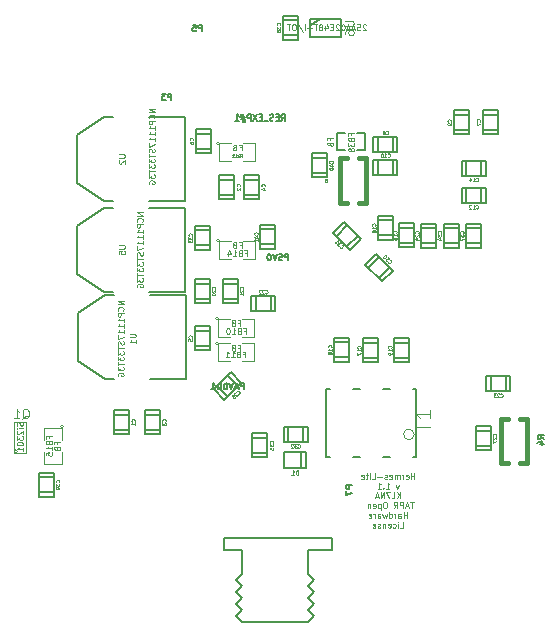
<source format=gbo>
%FSLAX34Y34*%
G04 Gerber Fmt 3.4, Leading zero omitted, Abs format*
G04 (created by PCBNEW (2014-06-26 BZR 4956)-product) date Mon 30 Jun 2014 09:44:14 AM PDT*
%MOIN*%
G01*
G70*
G90*
G04 APERTURE LIST*
%ADD10C,0.003937*%
%ADD11C,0.004921*%
%ADD12C,0.005906*%
%ADD13C,0.005000*%
%ADD14C,0.002500*%
%ADD15C,0.003900*%
%ADD16C,0.003100*%
%ADD17C,0.015000*%
%ADD18C,0.008000*%
%ADD19C,0.005157*%
%ADD20C,0.002400*%
%ADD21C,0.003500*%
%ADD22C,0.004300*%
%ADD23C,0.002362*%
%ADD24C,0.004700*%
%ADD25C,0.001200*%
%ADD26C,0.003000*%
%ADD27C,0.004500*%
G04 APERTURE END LIST*
G54D10*
G54D11*
X63185Y-31577D02*
X63185Y-31380D01*
X63185Y-31473D02*
X63073Y-31473D01*
X63073Y-31577D02*
X63073Y-31380D01*
X62904Y-31567D02*
X62923Y-31577D01*
X62960Y-31577D01*
X62979Y-31567D01*
X62988Y-31548D01*
X62988Y-31473D01*
X62979Y-31455D01*
X62960Y-31445D01*
X62923Y-31445D01*
X62904Y-31455D01*
X62895Y-31473D01*
X62895Y-31492D01*
X62988Y-31511D01*
X62810Y-31577D02*
X62810Y-31445D01*
X62810Y-31483D02*
X62801Y-31464D01*
X62792Y-31455D01*
X62773Y-31445D01*
X62754Y-31445D01*
X62689Y-31577D02*
X62689Y-31445D01*
X62689Y-31464D02*
X62679Y-31455D01*
X62660Y-31445D01*
X62632Y-31445D01*
X62614Y-31455D01*
X62604Y-31473D01*
X62604Y-31577D01*
X62604Y-31473D02*
X62595Y-31455D01*
X62576Y-31445D01*
X62548Y-31445D01*
X62529Y-31455D01*
X62520Y-31473D01*
X62520Y-31577D01*
X62351Y-31567D02*
X62370Y-31577D01*
X62407Y-31577D01*
X62426Y-31567D01*
X62435Y-31548D01*
X62435Y-31473D01*
X62426Y-31455D01*
X62407Y-31445D01*
X62370Y-31445D01*
X62351Y-31455D01*
X62342Y-31473D01*
X62342Y-31492D01*
X62435Y-31511D01*
X62267Y-31567D02*
X62248Y-31577D01*
X62210Y-31577D01*
X62192Y-31567D01*
X62182Y-31548D01*
X62182Y-31539D01*
X62192Y-31520D01*
X62210Y-31511D01*
X62239Y-31511D01*
X62257Y-31502D01*
X62267Y-31483D01*
X62267Y-31473D01*
X62257Y-31455D01*
X62239Y-31445D01*
X62210Y-31445D01*
X62192Y-31455D01*
X62098Y-31502D02*
X61948Y-31502D01*
X61761Y-31577D02*
X61854Y-31577D01*
X61854Y-31380D01*
X61695Y-31577D02*
X61695Y-31445D01*
X61695Y-31380D02*
X61704Y-31389D01*
X61695Y-31398D01*
X61686Y-31389D01*
X61695Y-31380D01*
X61695Y-31398D01*
X61629Y-31445D02*
X61554Y-31445D01*
X61601Y-31380D02*
X61601Y-31548D01*
X61592Y-31567D01*
X61573Y-31577D01*
X61554Y-31577D01*
X61414Y-31567D02*
X61432Y-31577D01*
X61470Y-31577D01*
X61489Y-31567D01*
X61498Y-31548D01*
X61498Y-31473D01*
X61489Y-31455D01*
X61470Y-31445D01*
X61432Y-31445D01*
X61414Y-31455D01*
X61404Y-31473D01*
X61404Y-31492D01*
X61498Y-31511D01*
X62656Y-31770D02*
X62609Y-31901D01*
X62562Y-31770D01*
X62234Y-31901D02*
X62346Y-31901D01*
X62290Y-31901D02*
X62290Y-31704D01*
X62309Y-31733D01*
X62328Y-31751D01*
X62346Y-31761D01*
X62150Y-31883D02*
X62140Y-31892D01*
X62150Y-31901D01*
X62159Y-31892D01*
X62150Y-31883D01*
X62150Y-31901D01*
X61953Y-31901D02*
X62065Y-31901D01*
X62009Y-31901D02*
X62009Y-31704D01*
X62028Y-31733D01*
X62046Y-31751D01*
X62065Y-31761D01*
X62712Y-32226D02*
X62712Y-32029D01*
X62599Y-32226D02*
X62684Y-32114D01*
X62599Y-32029D02*
X62712Y-32142D01*
X62421Y-32226D02*
X62515Y-32226D01*
X62515Y-32029D01*
X62374Y-32029D02*
X62243Y-32029D01*
X62328Y-32226D01*
X62168Y-32226D02*
X62168Y-32029D01*
X62056Y-32226D01*
X62056Y-32029D01*
X61971Y-32170D02*
X61878Y-32170D01*
X61990Y-32226D02*
X61925Y-32029D01*
X61859Y-32226D01*
X63153Y-32354D02*
X63040Y-32354D01*
X63096Y-32551D02*
X63096Y-32354D01*
X62984Y-32495D02*
X62890Y-32495D01*
X63003Y-32551D02*
X62937Y-32354D01*
X62871Y-32551D01*
X62806Y-32551D02*
X62806Y-32354D01*
X62731Y-32354D01*
X62712Y-32363D01*
X62703Y-32373D01*
X62693Y-32392D01*
X62693Y-32420D01*
X62703Y-32438D01*
X62712Y-32448D01*
X62731Y-32457D01*
X62806Y-32457D01*
X62496Y-32551D02*
X62562Y-32457D01*
X62609Y-32551D02*
X62609Y-32354D01*
X62534Y-32354D01*
X62515Y-32363D01*
X62506Y-32373D01*
X62496Y-32392D01*
X62496Y-32420D01*
X62506Y-32438D01*
X62515Y-32448D01*
X62534Y-32457D01*
X62609Y-32457D01*
X62225Y-32354D02*
X62187Y-32354D01*
X62168Y-32363D01*
X62150Y-32382D01*
X62140Y-32420D01*
X62140Y-32485D01*
X62150Y-32523D01*
X62168Y-32542D01*
X62187Y-32551D01*
X62225Y-32551D01*
X62243Y-32542D01*
X62262Y-32523D01*
X62271Y-32485D01*
X62271Y-32420D01*
X62262Y-32382D01*
X62243Y-32363D01*
X62225Y-32354D01*
X62056Y-32420D02*
X62056Y-32617D01*
X62056Y-32429D02*
X62037Y-32420D01*
X62000Y-32420D01*
X61981Y-32429D01*
X61971Y-32438D01*
X61962Y-32457D01*
X61962Y-32513D01*
X61971Y-32532D01*
X61981Y-32542D01*
X62000Y-32551D01*
X62037Y-32551D01*
X62056Y-32542D01*
X61803Y-32542D02*
X61821Y-32551D01*
X61859Y-32551D01*
X61878Y-32542D01*
X61887Y-32523D01*
X61887Y-32448D01*
X61878Y-32429D01*
X61859Y-32420D01*
X61821Y-32420D01*
X61803Y-32429D01*
X61793Y-32448D01*
X61793Y-32467D01*
X61887Y-32485D01*
X61709Y-32420D02*
X61709Y-32551D01*
X61709Y-32438D02*
X61700Y-32429D01*
X61681Y-32420D01*
X61653Y-32420D01*
X61634Y-32429D01*
X61625Y-32448D01*
X61625Y-32551D01*
X62932Y-32876D02*
X62932Y-32679D01*
X62932Y-32773D02*
X62820Y-32773D01*
X62820Y-32876D02*
X62820Y-32679D01*
X62642Y-32876D02*
X62642Y-32773D01*
X62651Y-32754D01*
X62670Y-32745D01*
X62707Y-32745D01*
X62726Y-32754D01*
X62642Y-32866D02*
X62660Y-32876D01*
X62707Y-32876D01*
X62726Y-32866D01*
X62735Y-32848D01*
X62735Y-32829D01*
X62726Y-32810D01*
X62707Y-32801D01*
X62660Y-32801D01*
X62642Y-32791D01*
X62548Y-32876D02*
X62548Y-32745D01*
X62548Y-32782D02*
X62539Y-32763D01*
X62529Y-32754D01*
X62510Y-32745D01*
X62492Y-32745D01*
X62342Y-32876D02*
X62342Y-32679D01*
X62342Y-32866D02*
X62360Y-32876D01*
X62398Y-32876D01*
X62417Y-32866D01*
X62426Y-32857D01*
X62435Y-32838D01*
X62435Y-32782D01*
X62426Y-32763D01*
X62417Y-32754D01*
X62398Y-32745D01*
X62360Y-32745D01*
X62342Y-32754D01*
X62267Y-32745D02*
X62229Y-32876D01*
X62192Y-32782D01*
X62154Y-32876D01*
X62117Y-32745D01*
X61957Y-32876D02*
X61957Y-32773D01*
X61967Y-32754D01*
X61985Y-32745D01*
X62023Y-32745D01*
X62042Y-32754D01*
X61957Y-32866D02*
X61976Y-32876D01*
X62023Y-32876D01*
X62042Y-32866D01*
X62051Y-32848D01*
X62051Y-32829D01*
X62042Y-32810D01*
X62023Y-32801D01*
X61976Y-32801D01*
X61957Y-32791D01*
X61864Y-32876D02*
X61864Y-32745D01*
X61864Y-32782D02*
X61854Y-32763D01*
X61845Y-32754D01*
X61826Y-32745D01*
X61807Y-32745D01*
X61667Y-32866D02*
X61686Y-32876D01*
X61723Y-32876D01*
X61742Y-32866D01*
X61751Y-32848D01*
X61751Y-32773D01*
X61742Y-32754D01*
X61723Y-32745D01*
X61686Y-32745D01*
X61667Y-32754D01*
X61657Y-32773D01*
X61657Y-32791D01*
X61751Y-32810D01*
X62707Y-33201D02*
X62801Y-33201D01*
X62801Y-33004D01*
X62642Y-33201D02*
X62642Y-33069D01*
X62642Y-33004D02*
X62651Y-33013D01*
X62642Y-33022D01*
X62632Y-33013D01*
X62642Y-33004D01*
X62642Y-33022D01*
X62464Y-33191D02*
X62482Y-33201D01*
X62520Y-33201D01*
X62539Y-33191D01*
X62548Y-33182D01*
X62557Y-33163D01*
X62557Y-33107D01*
X62548Y-33088D01*
X62539Y-33079D01*
X62520Y-33069D01*
X62482Y-33069D01*
X62464Y-33079D01*
X62304Y-33191D02*
X62323Y-33201D01*
X62360Y-33201D01*
X62379Y-33191D01*
X62389Y-33172D01*
X62389Y-33097D01*
X62379Y-33079D01*
X62360Y-33069D01*
X62323Y-33069D01*
X62304Y-33079D01*
X62295Y-33097D01*
X62295Y-33116D01*
X62389Y-33135D01*
X62210Y-33069D02*
X62210Y-33201D01*
X62210Y-33088D02*
X62201Y-33079D01*
X62182Y-33069D01*
X62154Y-33069D01*
X62135Y-33079D01*
X62126Y-33097D01*
X62126Y-33201D01*
X62042Y-33191D02*
X62023Y-33201D01*
X61985Y-33201D01*
X61967Y-33191D01*
X61957Y-33172D01*
X61957Y-33163D01*
X61967Y-33144D01*
X61985Y-33135D01*
X62014Y-33135D01*
X62032Y-33126D01*
X62042Y-33107D01*
X62042Y-33097D01*
X62032Y-33079D01*
X62014Y-33069D01*
X61985Y-33069D01*
X61967Y-33079D01*
X61798Y-33191D02*
X61817Y-33201D01*
X61854Y-33201D01*
X61873Y-33191D01*
X61882Y-33172D01*
X61882Y-33097D01*
X61873Y-33079D01*
X61854Y-33069D01*
X61817Y-33069D01*
X61798Y-33079D01*
X61789Y-33097D01*
X61789Y-33116D01*
X61882Y-33135D01*
G54D12*
X57422Y-36344D02*
X59622Y-36344D01*
X59622Y-36344D02*
X59822Y-36144D01*
X59822Y-36144D02*
X59622Y-35944D01*
X59622Y-35944D02*
X59822Y-35744D01*
X59822Y-35744D02*
X59622Y-35544D01*
X59622Y-35544D02*
X59822Y-35344D01*
X59822Y-35344D02*
X59622Y-35144D01*
X59622Y-35144D02*
X59822Y-34944D01*
X57222Y-34944D02*
X57422Y-35144D01*
X57422Y-35144D02*
X57222Y-35344D01*
X57222Y-35344D02*
X57422Y-35544D01*
X57422Y-35544D02*
X57222Y-35744D01*
X57222Y-35744D02*
X57422Y-35944D01*
X57422Y-35944D02*
X57222Y-36144D01*
X57222Y-36144D02*
X57422Y-36344D01*
X59822Y-34944D02*
X59622Y-34744D01*
X59622Y-34744D02*
X59622Y-33944D01*
X59622Y-33944D02*
X60422Y-33944D01*
X60422Y-33944D02*
X60422Y-33544D01*
X60422Y-33544D02*
X56822Y-33544D01*
X56822Y-33544D02*
X56822Y-33944D01*
X56822Y-33944D02*
X57422Y-33944D01*
X57422Y-33944D02*
X57422Y-34744D01*
X57422Y-34744D02*
X57222Y-34944D01*
G54D13*
X59472Y-30348D02*
X59472Y-29848D01*
X58972Y-30348D02*
X58972Y-29858D01*
X58822Y-30348D02*
X59622Y-30348D01*
X59622Y-30348D02*
X59622Y-29848D01*
X59622Y-29848D02*
X58822Y-29848D01*
X58822Y-29848D02*
X58822Y-30348D01*
X63246Y-30842D02*
X63246Y-28592D01*
X60246Y-28592D02*
X60246Y-30842D01*
X63246Y-28592D02*
X63121Y-28592D01*
X62371Y-28592D02*
X62121Y-28592D01*
X61371Y-28592D02*
X61121Y-28592D01*
X60371Y-28592D02*
X60246Y-28592D01*
X63246Y-30842D02*
X63121Y-30842D01*
X62371Y-30842D02*
X62121Y-30842D01*
X61371Y-30842D02*
X61121Y-30842D01*
X60371Y-30842D02*
X60246Y-30842D01*
G54D14*
X63172Y-30092D02*
G75*
G03X63172Y-30092I-176J0D01*
G74*
G01*
G54D13*
X53675Y-29435D02*
X53175Y-29435D01*
X53675Y-29935D02*
X53185Y-29935D01*
X53675Y-30085D02*
X53675Y-29285D01*
X53675Y-29285D02*
X53175Y-29285D01*
X53175Y-29285D02*
X53175Y-30085D01*
X53175Y-30085D02*
X53675Y-30085D01*
X57179Y-21600D02*
X56679Y-21600D01*
X57179Y-22100D02*
X56689Y-22100D01*
X57179Y-22250D02*
X57179Y-21450D01*
X57179Y-21450D02*
X56679Y-21450D01*
X56679Y-21450D02*
X56679Y-22250D01*
X56679Y-22250D02*
X57179Y-22250D01*
X54698Y-29435D02*
X54198Y-29435D01*
X54698Y-29935D02*
X54208Y-29935D01*
X54698Y-30085D02*
X54698Y-29285D01*
X54698Y-29285D02*
X54198Y-29285D01*
X54198Y-29285D02*
X54198Y-30085D01*
X54198Y-30085D02*
X54698Y-30085D01*
X58005Y-21600D02*
X57505Y-21600D01*
X58005Y-22100D02*
X57515Y-22100D01*
X58005Y-22250D02*
X58005Y-21450D01*
X58005Y-21450D02*
X57505Y-21450D01*
X57505Y-21450D02*
X57505Y-22250D01*
X57505Y-22250D02*
X58005Y-22250D01*
X55852Y-27139D02*
X56352Y-27139D01*
X55852Y-26639D02*
X56342Y-26639D01*
X55852Y-26489D02*
X55852Y-27289D01*
X55852Y-27289D02*
X56352Y-27289D01*
X56352Y-27289D02*
X56352Y-26489D01*
X56352Y-26489D02*
X55852Y-26489D01*
X55891Y-20564D02*
X56391Y-20564D01*
X55891Y-20064D02*
X56381Y-20064D01*
X55891Y-19914D02*
X55891Y-20714D01*
X55891Y-20714D02*
X56391Y-20714D01*
X56391Y-20714D02*
X56391Y-19914D01*
X56391Y-19914D02*
X55891Y-19914D01*
X65458Y-19935D02*
X65958Y-19935D01*
X65458Y-19435D02*
X65948Y-19435D01*
X65458Y-19285D02*
X65458Y-20085D01*
X65458Y-20085D02*
X65958Y-20085D01*
X65958Y-20085D02*
X65958Y-19285D01*
X65958Y-19285D02*
X65458Y-19285D01*
X61964Y-20183D02*
X61964Y-20683D01*
X62464Y-20183D02*
X62464Y-20673D01*
X62614Y-20183D02*
X61814Y-20183D01*
X61814Y-20183D02*
X61814Y-20683D01*
X61814Y-20683D02*
X62614Y-20683D01*
X62614Y-20683D02*
X62614Y-20183D01*
X64486Y-19938D02*
X64986Y-19938D01*
X64486Y-19438D02*
X64976Y-19438D01*
X64486Y-19288D02*
X64486Y-20088D01*
X64486Y-20088D02*
X64986Y-20088D01*
X64986Y-20088D02*
X64986Y-19288D01*
X64986Y-19288D02*
X64486Y-19288D01*
X61964Y-20931D02*
X61964Y-21431D01*
X62464Y-20931D02*
X62464Y-21421D01*
X62614Y-20931D02*
X61814Y-20931D01*
X61814Y-20931D02*
X61814Y-21431D01*
X61814Y-21431D02*
X62614Y-21431D01*
X62614Y-21431D02*
X62614Y-20931D01*
X65407Y-22375D02*
X65407Y-21875D01*
X64907Y-22375D02*
X64907Y-21885D01*
X64757Y-22375D02*
X65557Y-22375D01*
X65557Y-22375D02*
X65557Y-21875D01*
X65557Y-21875D02*
X64757Y-21875D01*
X64757Y-21875D02*
X64757Y-22375D01*
X65407Y-21470D02*
X65407Y-20970D01*
X64907Y-21470D02*
X64907Y-20980D01*
X64757Y-21470D02*
X65557Y-21470D01*
X65557Y-21470D02*
X65557Y-20970D01*
X65557Y-20970D02*
X64757Y-20970D01*
X64757Y-20970D02*
X64757Y-21470D01*
X62673Y-23704D02*
X63173Y-23704D01*
X62673Y-23204D02*
X63163Y-23204D01*
X62673Y-23054D02*
X62673Y-23854D01*
X62673Y-23854D02*
X63173Y-23854D01*
X63173Y-23854D02*
X63173Y-23054D01*
X63173Y-23054D02*
X62673Y-23054D01*
X61974Y-23458D02*
X62474Y-23458D01*
X61974Y-22958D02*
X62464Y-22958D01*
X61974Y-22808D02*
X61974Y-23608D01*
X61974Y-23608D02*
X62474Y-23608D01*
X62474Y-23608D02*
X62474Y-22808D01*
X62474Y-22808D02*
X61974Y-22808D01*
X61482Y-27543D02*
X61982Y-27543D01*
X61482Y-27043D02*
X61972Y-27043D01*
X61482Y-26893D02*
X61482Y-27693D01*
X61482Y-27693D02*
X61982Y-27693D01*
X61982Y-27693D02*
X61982Y-26893D01*
X61982Y-26893D02*
X61482Y-26893D01*
X60507Y-27523D02*
X61007Y-27523D01*
X60507Y-27023D02*
X60997Y-27023D01*
X60507Y-26873D02*
X60507Y-27673D01*
X60507Y-27673D02*
X61007Y-27673D01*
X61007Y-27673D02*
X61007Y-26873D01*
X61007Y-26873D02*
X60507Y-26873D01*
X62505Y-27533D02*
X63005Y-27533D01*
X62505Y-27033D02*
X62995Y-27033D01*
X62505Y-26883D02*
X62505Y-27683D01*
X62505Y-27683D02*
X63005Y-27683D01*
X63005Y-27683D02*
X63005Y-26883D01*
X63005Y-26883D02*
X62505Y-26883D01*
X56352Y-25064D02*
X55852Y-25064D01*
X56352Y-25564D02*
X55862Y-25564D01*
X56352Y-25714D02*
X56352Y-24914D01*
X56352Y-24914D02*
X55852Y-24914D01*
X55852Y-24914D02*
X55852Y-25714D01*
X55852Y-25714D02*
X56352Y-25714D01*
X57287Y-25064D02*
X56787Y-25064D01*
X57287Y-25564D02*
X56797Y-25564D01*
X57287Y-25714D02*
X57287Y-24914D01*
X57287Y-24914D02*
X56787Y-24914D01*
X56787Y-24914D02*
X56787Y-25714D01*
X56787Y-25714D02*
X57287Y-25714D01*
X66224Y-28655D02*
X66224Y-28155D01*
X65724Y-28655D02*
X65724Y-28165D01*
X65574Y-28655D02*
X66374Y-28655D01*
X66374Y-28655D02*
X66374Y-28155D01*
X66374Y-28155D02*
X65574Y-28155D01*
X65574Y-28155D02*
X65574Y-28655D01*
X63411Y-23714D02*
X63911Y-23714D01*
X63411Y-23214D02*
X63901Y-23214D01*
X63411Y-23064D02*
X63411Y-23864D01*
X63411Y-23864D02*
X63911Y-23864D01*
X63911Y-23864D02*
X63911Y-23064D01*
X63911Y-23064D02*
X63411Y-23064D01*
X65722Y-29966D02*
X65222Y-29966D01*
X65722Y-30466D02*
X65232Y-30466D01*
X65722Y-30616D02*
X65722Y-29816D01*
X65722Y-29816D02*
X65222Y-29816D01*
X65222Y-29816D02*
X65222Y-30616D01*
X65222Y-30616D02*
X65722Y-30616D01*
X61998Y-24183D02*
X61644Y-24537D01*
X62351Y-24537D02*
X62005Y-24883D01*
X62457Y-24643D02*
X61891Y-24077D01*
X61891Y-24077D02*
X61538Y-24431D01*
X61538Y-24431D02*
X62104Y-24997D01*
X62104Y-24997D02*
X62457Y-24643D01*
X60944Y-23827D02*
X61298Y-23474D01*
X60591Y-23474D02*
X60937Y-23127D01*
X60485Y-23368D02*
X61050Y-23934D01*
X61050Y-23934D02*
X61404Y-23580D01*
X61404Y-23580D02*
X60838Y-23014D01*
X60838Y-23014D02*
X60485Y-23368D01*
X55852Y-23793D02*
X56352Y-23793D01*
X55852Y-23293D02*
X56342Y-23293D01*
X55852Y-23143D02*
X55852Y-23943D01*
X55852Y-23943D02*
X56352Y-23943D01*
X56352Y-23943D02*
X56352Y-23143D01*
X56352Y-23143D02*
X55852Y-23143D01*
X64159Y-23714D02*
X64659Y-23714D01*
X64159Y-23214D02*
X64649Y-23214D01*
X64159Y-23064D02*
X64159Y-23864D01*
X64159Y-23864D02*
X64659Y-23864D01*
X64659Y-23864D02*
X64659Y-23064D01*
X64659Y-23064D02*
X64159Y-23064D01*
X58281Y-30202D02*
X57781Y-30202D01*
X58281Y-30702D02*
X57791Y-30702D01*
X58281Y-30852D02*
X58281Y-30052D01*
X58281Y-30052D02*
X57781Y-30052D01*
X57781Y-30052D02*
X57781Y-30852D01*
X57781Y-30852D02*
X58281Y-30852D01*
X64907Y-23714D02*
X65407Y-23714D01*
X64907Y-23214D02*
X65397Y-23214D01*
X64907Y-23064D02*
X64907Y-23864D01*
X64907Y-23864D02*
X65407Y-23864D01*
X65407Y-23864D02*
X65407Y-23064D01*
X65407Y-23064D02*
X64907Y-23064D01*
X58805Y-16785D02*
X59305Y-16785D01*
X58805Y-16285D02*
X59295Y-16285D01*
X58805Y-16135D02*
X58805Y-16935D01*
X58805Y-16935D02*
X59305Y-16935D01*
X59305Y-16935D02*
X59305Y-16135D01*
X59305Y-16135D02*
X58805Y-16135D01*
X51155Y-31521D02*
X50655Y-31521D01*
X51155Y-32021D02*
X50665Y-32021D01*
X51155Y-32171D02*
X51155Y-31371D01*
X51155Y-31371D02*
X50655Y-31371D01*
X50655Y-31371D02*
X50655Y-32171D01*
X50655Y-32171D02*
X51155Y-32171D01*
X59399Y-31220D02*
X59399Y-30668D01*
X59556Y-31220D02*
X58848Y-31220D01*
X58848Y-31220D02*
X58848Y-30668D01*
X58848Y-30668D02*
X59556Y-30668D01*
X59556Y-30668D02*
X59556Y-31220D01*
G54D15*
X56644Y-26235D02*
G75*
G03X56644Y-26235I-50J0D01*
G74*
G01*
X57044Y-26235D02*
X56644Y-26235D01*
X56644Y-26235D02*
X56644Y-26835D01*
X56644Y-26835D02*
X57044Y-26835D01*
X57444Y-26835D02*
X57844Y-26835D01*
X57844Y-26835D02*
X57844Y-26235D01*
X57844Y-26235D02*
X57444Y-26235D01*
X56644Y-27062D02*
G75*
G03X56644Y-27062I-50J0D01*
G74*
G01*
X57044Y-27062D02*
X56644Y-27062D01*
X56644Y-27062D02*
X56644Y-27662D01*
X56644Y-27662D02*
X57044Y-27662D01*
X57444Y-27662D02*
X57844Y-27662D01*
X57844Y-27662D02*
X57844Y-27062D01*
X57844Y-27062D02*
X57444Y-27062D01*
X56683Y-20388D02*
G75*
G03X56683Y-20388I-50J0D01*
G74*
G01*
X57083Y-20388D02*
X56683Y-20388D01*
X56683Y-20388D02*
X56683Y-20988D01*
X56683Y-20988D02*
X57083Y-20988D01*
X57483Y-20988D02*
X57883Y-20988D01*
X57883Y-20988D02*
X57883Y-20388D01*
X57883Y-20388D02*
X57483Y-20388D01*
X56683Y-23637D02*
G75*
G03X56683Y-23637I-50J0D01*
G74*
G01*
X57083Y-23637D02*
X56683Y-23637D01*
X56683Y-23637D02*
X56683Y-24237D01*
X56683Y-24237D02*
X57083Y-24237D01*
X57483Y-24237D02*
X57883Y-24237D01*
X57883Y-24237D02*
X57883Y-23637D01*
X57883Y-23637D02*
X57483Y-23637D01*
X51491Y-29822D02*
G75*
G03X51491Y-29822I-50J0D01*
G74*
G01*
X51441Y-30272D02*
X51441Y-29872D01*
X51441Y-29872D02*
X50841Y-29872D01*
X50841Y-29872D02*
X50841Y-30272D01*
X50841Y-30672D02*
X50841Y-31072D01*
X50841Y-31072D02*
X51441Y-31072D01*
X51441Y-31072D02*
X51441Y-30672D01*
G54D16*
X49963Y-30659D02*
G75*
G03X49963Y-30659I-62J0D01*
G74*
G01*
X50239Y-29696D02*
X49839Y-29696D01*
X50239Y-30721D02*
X49839Y-30721D01*
X49839Y-29696D02*
X49839Y-30721D01*
X50239Y-30721D02*
X50239Y-29696D01*
G54D17*
X61319Y-20885D02*
X61555Y-20885D01*
X61555Y-20885D02*
X61555Y-22381D01*
X61555Y-22381D02*
X61319Y-22381D01*
X60925Y-22381D02*
X60689Y-22381D01*
X60689Y-22381D02*
X60689Y-20885D01*
X60689Y-20885D02*
X60925Y-20885D01*
X66299Y-31062D02*
X66063Y-31062D01*
X66063Y-31062D02*
X66063Y-29566D01*
X66063Y-29566D02*
X66299Y-29566D01*
X66693Y-29566D02*
X66929Y-29566D01*
X66929Y-29566D02*
X66929Y-31062D01*
X66929Y-31062D02*
X66693Y-31062D01*
G54D18*
X54379Y-25450D02*
X55579Y-25450D01*
X55579Y-25450D02*
X55579Y-28250D01*
X55579Y-28250D02*
X54379Y-28250D01*
X53179Y-25450D02*
X52879Y-25450D01*
X52879Y-25450D02*
X51979Y-26050D01*
X51979Y-26050D02*
X51979Y-27650D01*
X51979Y-27650D02*
X52879Y-28250D01*
X52879Y-28250D02*
X53179Y-28250D01*
X54340Y-19505D02*
X55540Y-19505D01*
X55540Y-19505D02*
X55540Y-22305D01*
X55540Y-22305D02*
X54340Y-22305D01*
X53140Y-19505D02*
X52840Y-19505D01*
X52840Y-19505D02*
X51940Y-20105D01*
X51940Y-20105D02*
X51940Y-21705D01*
X51940Y-21705D02*
X52840Y-22305D01*
X52840Y-22305D02*
X53140Y-22305D01*
X54340Y-22537D02*
X55540Y-22537D01*
X55540Y-22537D02*
X55540Y-25337D01*
X55540Y-25337D02*
X54340Y-25337D01*
X53140Y-22537D02*
X52840Y-22537D01*
X52840Y-22537D02*
X51940Y-23137D01*
X51940Y-23137D02*
X51940Y-24737D01*
X51940Y-24737D02*
X52840Y-25337D01*
X52840Y-25337D02*
X53140Y-25337D01*
G54D13*
X60036Y-16235D02*
X59736Y-16435D01*
X60736Y-16235D02*
X59711Y-16235D01*
X59711Y-16235D02*
X59711Y-16835D01*
X59711Y-16835D02*
X60736Y-16835D01*
X60736Y-16835D02*
X60736Y-16235D01*
X57891Y-25490D02*
X57891Y-25990D01*
X58391Y-25490D02*
X58391Y-25980D01*
X58541Y-25490D02*
X57741Y-25490D01*
X57741Y-25490D02*
X57741Y-25990D01*
X57741Y-25990D02*
X58541Y-25990D01*
X58541Y-25990D02*
X58541Y-25490D01*
X57310Y-28488D02*
X56956Y-28134D01*
X56956Y-28841D02*
X56610Y-28495D01*
X56850Y-28947D02*
X57416Y-28382D01*
X57416Y-28382D02*
X57062Y-28028D01*
X57062Y-28028D02*
X56497Y-28594D01*
X56497Y-28594D02*
X56850Y-28947D01*
X60269Y-20872D02*
X59769Y-20872D01*
X60269Y-21372D02*
X59779Y-21372D01*
X60269Y-21522D02*
X60269Y-20722D01*
X60269Y-20722D02*
X59769Y-20722D01*
X59769Y-20722D02*
X59769Y-21522D01*
X59769Y-21522D02*
X60269Y-21522D01*
X58049Y-23761D02*
X58549Y-23761D01*
X58049Y-23261D02*
X58539Y-23261D01*
X58049Y-23111D02*
X58049Y-23911D01*
X58049Y-23911D02*
X58549Y-23911D01*
X58549Y-23911D02*
X58549Y-23111D01*
X58549Y-23111D02*
X58049Y-23111D01*
X60865Y-20609D02*
X60587Y-20609D01*
X60587Y-20609D02*
X60587Y-20059D01*
X60587Y-20059D02*
X60865Y-20059D01*
X61537Y-20609D02*
X61259Y-20609D01*
X61537Y-20609D02*
X61537Y-20059D01*
X61537Y-20059D02*
X61259Y-20059D01*
G54D19*
X61116Y-31796D02*
X60910Y-31796D01*
X60910Y-31875D01*
X60920Y-31894D01*
X60930Y-31904D01*
X60949Y-31914D01*
X60979Y-31914D01*
X60999Y-31904D01*
X61008Y-31894D01*
X61018Y-31875D01*
X61018Y-31796D01*
X60910Y-31983D02*
X60910Y-32120D01*
X61116Y-32032D01*
G54D20*
X59298Y-30530D02*
X59303Y-30536D01*
X59320Y-30541D01*
X59332Y-30541D01*
X59348Y-30536D01*
X59360Y-30524D01*
X59365Y-30513D01*
X59371Y-30491D01*
X59371Y-30474D01*
X59365Y-30451D01*
X59360Y-30440D01*
X59348Y-30429D01*
X59332Y-30423D01*
X59320Y-30423D01*
X59303Y-30429D01*
X59298Y-30435D01*
X59258Y-30423D02*
X59185Y-30423D01*
X59225Y-30468D01*
X59208Y-30468D01*
X59197Y-30474D01*
X59191Y-30479D01*
X59185Y-30491D01*
X59185Y-30519D01*
X59191Y-30530D01*
X59197Y-30536D01*
X59208Y-30541D01*
X59242Y-30541D01*
X59253Y-30536D01*
X59258Y-30530D01*
X59140Y-30435D02*
X59135Y-30429D01*
X59124Y-30423D01*
X59096Y-30423D01*
X59084Y-30429D01*
X59079Y-30435D01*
X59073Y-30446D01*
X59073Y-30457D01*
X59079Y-30474D01*
X59146Y-30541D01*
X59073Y-30541D01*
G54D21*
X63214Y-29983D02*
X63214Y-29697D01*
X63714Y-29840D02*
X63214Y-29840D01*
X63714Y-29269D02*
X63714Y-29554D01*
X63714Y-29411D02*
X63214Y-29411D01*
X63285Y-29459D01*
X63333Y-29507D01*
X63357Y-29554D01*
G54D19*
X57498Y-28594D02*
X57498Y-28388D01*
X57419Y-28388D01*
X57400Y-28398D01*
X57390Y-28408D01*
X57380Y-28427D01*
X57380Y-28457D01*
X57390Y-28477D01*
X57400Y-28486D01*
X57419Y-28496D01*
X57498Y-28496D01*
X57301Y-28535D02*
X57203Y-28535D01*
X57321Y-28594D02*
X57252Y-28388D01*
X57184Y-28594D01*
X57144Y-28388D02*
X57075Y-28594D01*
X57007Y-28388D01*
X56938Y-28594D02*
X56938Y-28388D01*
X56889Y-28388D01*
X56859Y-28398D01*
X56840Y-28418D01*
X56830Y-28437D01*
X56820Y-28477D01*
X56820Y-28506D01*
X56830Y-28545D01*
X56840Y-28565D01*
X56859Y-28585D01*
X56889Y-28594D01*
X56938Y-28594D01*
X56732Y-28594D02*
X56732Y-28388D01*
X56683Y-28388D01*
X56653Y-28398D01*
X56633Y-28418D01*
X56624Y-28437D01*
X56614Y-28477D01*
X56614Y-28506D01*
X56624Y-28545D01*
X56633Y-28565D01*
X56653Y-28585D01*
X56683Y-28594D01*
X56732Y-28594D01*
X56417Y-28594D02*
X56535Y-28594D01*
X56476Y-28594D02*
X56476Y-28388D01*
X56496Y-28418D01*
X56516Y-28437D01*
X56535Y-28447D01*
G54D20*
X53857Y-29665D02*
X53862Y-29659D01*
X53868Y-29642D01*
X53868Y-29631D01*
X53862Y-29614D01*
X53851Y-29603D01*
X53840Y-29597D01*
X53818Y-29592D01*
X53801Y-29592D01*
X53778Y-29597D01*
X53767Y-29603D01*
X53756Y-29614D01*
X53750Y-29631D01*
X53750Y-29642D01*
X53756Y-29659D01*
X53761Y-29665D01*
X53868Y-29777D02*
X53868Y-29710D01*
X53868Y-29744D02*
X53750Y-29744D01*
X53767Y-29732D01*
X53778Y-29721D01*
X53784Y-29710D01*
X57361Y-21830D02*
X57366Y-21825D01*
X57372Y-21808D01*
X57372Y-21797D01*
X57366Y-21780D01*
X57355Y-21768D01*
X57344Y-21763D01*
X57321Y-21757D01*
X57305Y-21757D01*
X57282Y-21763D01*
X57271Y-21768D01*
X57260Y-21780D01*
X57254Y-21797D01*
X57254Y-21808D01*
X57260Y-21825D01*
X57265Y-21830D01*
X57265Y-21875D02*
X57260Y-21881D01*
X57254Y-21892D01*
X57254Y-21920D01*
X57260Y-21931D01*
X57265Y-21937D01*
X57276Y-21943D01*
X57288Y-21943D01*
X57305Y-21937D01*
X57372Y-21870D01*
X57372Y-21943D01*
X54880Y-29665D02*
X54886Y-29659D01*
X54892Y-29642D01*
X54892Y-29631D01*
X54886Y-29614D01*
X54875Y-29603D01*
X54864Y-29597D01*
X54841Y-29592D01*
X54824Y-29592D01*
X54802Y-29597D01*
X54791Y-29603D01*
X54779Y-29614D01*
X54774Y-29631D01*
X54774Y-29642D01*
X54779Y-29659D01*
X54785Y-29665D01*
X54774Y-29704D02*
X54774Y-29777D01*
X54819Y-29738D01*
X54819Y-29755D01*
X54824Y-29766D01*
X54830Y-29772D01*
X54841Y-29777D01*
X54869Y-29777D01*
X54880Y-29772D01*
X54886Y-29766D01*
X54892Y-29755D01*
X54892Y-29721D01*
X54886Y-29710D01*
X54880Y-29704D01*
X58188Y-21830D02*
X58193Y-21825D01*
X58199Y-21808D01*
X58199Y-21797D01*
X58193Y-21780D01*
X58182Y-21768D01*
X58171Y-21763D01*
X58148Y-21757D01*
X58131Y-21757D01*
X58109Y-21763D01*
X58098Y-21768D01*
X58086Y-21780D01*
X58081Y-21797D01*
X58081Y-21808D01*
X58086Y-21825D01*
X58092Y-21830D01*
X58120Y-21931D02*
X58199Y-21931D01*
X58075Y-21903D02*
X58159Y-21875D01*
X58159Y-21948D01*
X55754Y-26870D02*
X55760Y-26864D01*
X55765Y-26847D01*
X55765Y-26836D01*
X55760Y-26819D01*
X55748Y-26808D01*
X55737Y-26802D01*
X55715Y-26797D01*
X55698Y-26797D01*
X55675Y-26802D01*
X55664Y-26808D01*
X55653Y-26819D01*
X55647Y-26836D01*
X55647Y-26847D01*
X55653Y-26864D01*
X55658Y-26870D01*
X55647Y-26976D02*
X55647Y-26920D01*
X55703Y-26915D01*
X55698Y-26920D01*
X55692Y-26931D01*
X55692Y-26960D01*
X55698Y-26971D01*
X55703Y-26976D01*
X55715Y-26982D01*
X55743Y-26982D01*
X55754Y-26976D01*
X55760Y-26971D01*
X55765Y-26960D01*
X55765Y-26931D01*
X55760Y-26920D01*
X55754Y-26915D01*
X55793Y-20295D02*
X55799Y-20289D01*
X55805Y-20272D01*
X55805Y-20261D01*
X55799Y-20244D01*
X55788Y-20233D01*
X55777Y-20227D01*
X55754Y-20222D01*
X55737Y-20222D01*
X55715Y-20227D01*
X55703Y-20233D01*
X55692Y-20244D01*
X55687Y-20261D01*
X55687Y-20272D01*
X55692Y-20289D01*
X55698Y-20295D01*
X55687Y-20396D02*
X55687Y-20373D01*
X55692Y-20362D01*
X55698Y-20357D01*
X55715Y-20345D01*
X55737Y-20340D01*
X55782Y-20340D01*
X55793Y-20345D01*
X55799Y-20351D01*
X55805Y-20362D01*
X55805Y-20385D01*
X55799Y-20396D01*
X55793Y-20402D01*
X55782Y-20407D01*
X55754Y-20407D01*
X55743Y-20402D01*
X55737Y-20396D01*
X55732Y-20385D01*
X55732Y-20362D01*
X55737Y-20351D01*
X55743Y-20345D01*
X55754Y-20340D01*
X65360Y-19665D02*
X65366Y-19659D01*
X65372Y-19642D01*
X65372Y-19631D01*
X65366Y-19614D01*
X65355Y-19603D01*
X65343Y-19597D01*
X65321Y-19592D01*
X65304Y-19592D01*
X65282Y-19597D01*
X65270Y-19603D01*
X65259Y-19614D01*
X65254Y-19631D01*
X65254Y-19642D01*
X65259Y-19659D01*
X65265Y-19665D01*
X65254Y-19704D02*
X65254Y-19783D01*
X65372Y-19732D01*
X62234Y-20085D02*
X62239Y-20090D01*
X62256Y-20096D01*
X62267Y-20096D01*
X62284Y-20090D01*
X62296Y-20079D01*
X62301Y-20068D01*
X62307Y-20045D01*
X62307Y-20029D01*
X62301Y-20006D01*
X62296Y-19995D01*
X62284Y-19984D01*
X62267Y-19978D01*
X62256Y-19978D01*
X62239Y-19984D01*
X62234Y-19989D01*
X62166Y-20029D02*
X62178Y-20023D01*
X62183Y-20017D01*
X62189Y-20006D01*
X62189Y-20000D01*
X62183Y-19989D01*
X62178Y-19984D01*
X62166Y-19978D01*
X62144Y-19978D01*
X62133Y-19984D01*
X62127Y-19989D01*
X62121Y-20000D01*
X62121Y-20006D01*
X62127Y-20017D01*
X62133Y-20023D01*
X62144Y-20029D01*
X62166Y-20029D01*
X62178Y-20034D01*
X62183Y-20040D01*
X62189Y-20051D01*
X62189Y-20073D01*
X62183Y-20085D01*
X62178Y-20090D01*
X62166Y-20096D01*
X62144Y-20096D01*
X62133Y-20090D01*
X62127Y-20085D01*
X62121Y-20073D01*
X62121Y-20051D01*
X62127Y-20040D01*
X62133Y-20034D01*
X62144Y-20029D01*
X64388Y-19669D02*
X64393Y-19663D01*
X64399Y-19646D01*
X64399Y-19635D01*
X64393Y-19618D01*
X64382Y-19607D01*
X64371Y-19601D01*
X64349Y-19596D01*
X64332Y-19596D01*
X64309Y-19601D01*
X64298Y-19607D01*
X64287Y-19618D01*
X64281Y-19635D01*
X64281Y-19646D01*
X64287Y-19663D01*
X64292Y-19669D01*
X64399Y-19725D02*
X64399Y-19747D01*
X64393Y-19759D01*
X64388Y-19764D01*
X64371Y-19776D01*
X64349Y-19781D01*
X64304Y-19781D01*
X64292Y-19776D01*
X64287Y-19770D01*
X64281Y-19759D01*
X64281Y-19736D01*
X64287Y-19725D01*
X64292Y-19719D01*
X64304Y-19714D01*
X64332Y-19714D01*
X64343Y-19719D01*
X64349Y-19725D01*
X64354Y-19736D01*
X64354Y-19759D01*
X64349Y-19770D01*
X64343Y-19776D01*
X64332Y-19781D01*
X62290Y-20833D02*
X62296Y-20838D01*
X62312Y-20844D01*
X62324Y-20844D01*
X62340Y-20838D01*
X62352Y-20827D01*
X62357Y-20816D01*
X62363Y-20793D01*
X62363Y-20777D01*
X62357Y-20754D01*
X62352Y-20743D01*
X62340Y-20732D01*
X62324Y-20726D01*
X62312Y-20726D01*
X62296Y-20732D01*
X62290Y-20737D01*
X62178Y-20844D02*
X62245Y-20844D01*
X62211Y-20844D02*
X62211Y-20726D01*
X62222Y-20743D01*
X62234Y-20754D01*
X62245Y-20760D01*
X62104Y-20726D02*
X62093Y-20726D01*
X62082Y-20732D01*
X62076Y-20737D01*
X62071Y-20748D01*
X62065Y-20771D01*
X62065Y-20799D01*
X62071Y-20822D01*
X62076Y-20833D01*
X62082Y-20838D01*
X62093Y-20844D01*
X62104Y-20844D01*
X62116Y-20838D01*
X62121Y-20833D01*
X62127Y-20822D01*
X62133Y-20799D01*
X62133Y-20771D01*
X62127Y-20748D01*
X62121Y-20737D01*
X62116Y-20732D01*
X62104Y-20726D01*
X65233Y-22558D02*
X65238Y-22563D01*
X65255Y-22569D01*
X65267Y-22569D01*
X65283Y-22563D01*
X65295Y-22552D01*
X65300Y-22541D01*
X65306Y-22518D01*
X65306Y-22501D01*
X65300Y-22479D01*
X65295Y-22468D01*
X65283Y-22456D01*
X65267Y-22451D01*
X65255Y-22451D01*
X65238Y-22456D01*
X65233Y-22462D01*
X65120Y-22569D02*
X65188Y-22569D01*
X65154Y-22569D02*
X65154Y-22451D01*
X65165Y-22468D01*
X65177Y-22479D01*
X65188Y-22485D01*
X65076Y-22462D02*
X65070Y-22456D01*
X65059Y-22451D01*
X65031Y-22451D01*
X65019Y-22456D01*
X65014Y-22462D01*
X65008Y-22473D01*
X65008Y-22485D01*
X65014Y-22501D01*
X65081Y-22569D01*
X65008Y-22569D01*
X65233Y-21652D02*
X65238Y-21658D01*
X65255Y-21663D01*
X65267Y-21663D01*
X65283Y-21658D01*
X65295Y-21646D01*
X65300Y-21635D01*
X65306Y-21613D01*
X65306Y-21596D01*
X65300Y-21573D01*
X65295Y-21562D01*
X65283Y-21551D01*
X65267Y-21545D01*
X65255Y-21545D01*
X65238Y-21551D01*
X65233Y-21557D01*
X65120Y-21663D02*
X65188Y-21663D01*
X65154Y-21663D02*
X65154Y-21545D01*
X65165Y-21562D01*
X65177Y-21573D01*
X65188Y-21579D01*
X65019Y-21585D02*
X65019Y-21663D01*
X65047Y-21540D02*
X65076Y-21624D01*
X65002Y-21624D01*
X62575Y-23378D02*
X62580Y-23373D01*
X62586Y-23356D01*
X62586Y-23345D01*
X62580Y-23328D01*
X62569Y-23317D01*
X62558Y-23311D01*
X62536Y-23305D01*
X62519Y-23305D01*
X62496Y-23311D01*
X62485Y-23317D01*
X62474Y-23328D01*
X62468Y-23345D01*
X62468Y-23356D01*
X62474Y-23373D01*
X62479Y-23378D01*
X62586Y-23491D02*
X62586Y-23423D01*
X62586Y-23457D02*
X62468Y-23457D01*
X62485Y-23446D01*
X62496Y-23435D01*
X62502Y-23423D01*
X62468Y-23598D02*
X62468Y-23541D01*
X62524Y-23536D01*
X62519Y-23541D01*
X62513Y-23553D01*
X62513Y-23581D01*
X62519Y-23592D01*
X62524Y-23598D01*
X62536Y-23603D01*
X62564Y-23603D01*
X62575Y-23598D01*
X62580Y-23592D01*
X62586Y-23581D01*
X62586Y-23553D01*
X62580Y-23541D01*
X62575Y-23536D01*
X61876Y-23132D02*
X61882Y-23127D01*
X61887Y-23110D01*
X61887Y-23099D01*
X61882Y-23082D01*
X61870Y-23070D01*
X61859Y-23065D01*
X61837Y-23059D01*
X61820Y-23059D01*
X61797Y-23065D01*
X61786Y-23070D01*
X61775Y-23082D01*
X61769Y-23099D01*
X61769Y-23110D01*
X61775Y-23127D01*
X61781Y-23132D01*
X61887Y-23245D02*
X61887Y-23177D01*
X61887Y-23211D02*
X61769Y-23211D01*
X61786Y-23200D01*
X61797Y-23188D01*
X61803Y-23177D01*
X61769Y-23346D02*
X61769Y-23323D01*
X61775Y-23312D01*
X61781Y-23306D01*
X61797Y-23295D01*
X61820Y-23290D01*
X61865Y-23290D01*
X61876Y-23295D01*
X61882Y-23301D01*
X61887Y-23312D01*
X61887Y-23335D01*
X61882Y-23346D01*
X61876Y-23351D01*
X61865Y-23357D01*
X61837Y-23357D01*
X61825Y-23351D01*
X61820Y-23346D01*
X61814Y-23335D01*
X61814Y-23312D01*
X61820Y-23301D01*
X61825Y-23295D01*
X61837Y-23290D01*
X61384Y-27217D02*
X61390Y-27211D01*
X61395Y-27194D01*
X61395Y-27183D01*
X61390Y-27166D01*
X61378Y-27155D01*
X61367Y-27150D01*
X61345Y-27144D01*
X61328Y-27144D01*
X61305Y-27150D01*
X61294Y-27155D01*
X61283Y-27166D01*
X61277Y-27183D01*
X61277Y-27194D01*
X61283Y-27211D01*
X61288Y-27217D01*
X61395Y-27329D02*
X61395Y-27262D01*
X61395Y-27296D02*
X61277Y-27296D01*
X61294Y-27284D01*
X61305Y-27273D01*
X61311Y-27262D01*
X61277Y-27369D02*
X61277Y-27447D01*
X61395Y-27397D01*
X60410Y-27197D02*
X60415Y-27192D01*
X60421Y-27175D01*
X60421Y-27164D01*
X60415Y-27147D01*
X60404Y-27135D01*
X60393Y-27130D01*
X60370Y-27124D01*
X60353Y-27124D01*
X60331Y-27130D01*
X60320Y-27135D01*
X60308Y-27147D01*
X60303Y-27164D01*
X60303Y-27175D01*
X60308Y-27192D01*
X60314Y-27197D01*
X60421Y-27310D02*
X60421Y-27242D01*
X60421Y-27276D02*
X60303Y-27276D01*
X60320Y-27265D01*
X60331Y-27253D01*
X60336Y-27242D01*
X60353Y-27377D02*
X60348Y-27366D01*
X60342Y-27360D01*
X60331Y-27355D01*
X60325Y-27355D01*
X60314Y-27360D01*
X60308Y-27366D01*
X60303Y-27377D01*
X60303Y-27400D01*
X60308Y-27411D01*
X60314Y-27416D01*
X60325Y-27422D01*
X60331Y-27422D01*
X60342Y-27416D01*
X60348Y-27411D01*
X60353Y-27400D01*
X60353Y-27377D01*
X60359Y-27366D01*
X60365Y-27360D01*
X60376Y-27355D01*
X60398Y-27355D01*
X60410Y-27360D01*
X60415Y-27366D01*
X60421Y-27377D01*
X60421Y-27400D01*
X60415Y-27411D01*
X60410Y-27416D01*
X60398Y-27422D01*
X60376Y-27422D01*
X60365Y-27416D01*
X60359Y-27411D01*
X60353Y-27400D01*
X62408Y-27207D02*
X62413Y-27201D01*
X62419Y-27185D01*
X62419Y-27173D01*
X62413Y-27157D01*
X62402Y-27145D01*
X62391Y-27140D01*
X62368Y-27134D01*
X62351Y-27134D01*
X62329Y-27140D01*
X62318Y-27145D01*
X62306Y-27157D01*
X62301Y-27173D01*
X62301Y-27185D01*
X62306Y-27201D01*
X62312Y-27207D01*
X62419Y-27319D02*
X62419Y-27252D01*
X62419Y-27286D02*
X62301Y-27286D01*
X62318Y-27275D01*
X62329Y-27263D01*
X62335Y-27252D01*
X62419Y-27376D02*
X62419Y-27398D01*
X62413Y-27409D01*
X62408Y-27415D01*
X62391Y-27426D01*
X62368Y-27432D01*
X62323Y-27432D01*
X62312Y-27426D01*
X62306Y-27421D01*
X62301Y-27409D01*
X62301Y-27387D01*
X62306Y-27376D01*
X62312Y-27370D01*
X62323Y-27364D01*
X62351Y-27364D01*
X62363Y-27370D01*
X62368Y-27376D01*
X62374Y-27387D01*
X62374Y-27409D01*
X62368Y-27421D01*
X62363Y-27426D01*
X62351Y-27432D01*
X56534Y-25239D02*
X56540Y-25233D01*
X56545Y-25216D01*
X56545Y-25205D01*
X56540Y-25188D01*
X56528Y-25177D01*
X56517Y-25171D01*
X56495Y-25166D01*
X56478Y-25166D01*
X56455Y-25171D01*
X56444Y-25177D01*
X56433Y-25188D01*
X56427Y-25205D01*
X56427Y-25216D01*
X56433Y-25233D01*
X56438Y-25239D01*
X56438Y-25284D02*
X56433Y-25289D01*
X56427Y-25300D01*
X56427Y-25329D01*
X56433Y-25340D01*
X56438Y-25345D01*
X56450Y-25351D01*
X56461Y-25351D01*
X56478Y-25345D01*
X56545Y-25278D01*
X56545Y-25351D01*
X56427Y-25424D02*
X56427Y-25435D01*
X56433Y-25447D01*
X56438Y-25452D01*
X56450Y-25458D01*
X56472Y-25463D01*
X56500Y-25463D01*
X56523Y-25458D01*
X56534Y-25452D01*
X56540Y-25447D01*
X56545Y-25435D01*
X56545Y-25424D01*
X56540Y-25413D01*
X56534Y-25407D01*
X56523Y-25402D01*
X56500Y-25396D01*
X56472Y-25396D01*
X56450Y-25402D01*
X56438Y-25407D01*
X56433Y-25413D01*
X56427Y-25424D01*
X57469Y-25239D02*
X57475Y-25233D01*
X57480Y-25216D01*
X57480Y-25205D01*
X57475Y-25188D01*
X57463Y-25177D01*
X57452Y-25171D01*
X57430Y-25166D01*
X57413Y-25166D01*
X57390Y-25171D01*
X57379Y-25177D01*
X57368Y-25188D01*
X57362Y-25205D01*
X57362Y-25216D01*
X57368Y-25233D01*
X57374Y-25239D01*
X57374Y-25284D02*
X57368Y-25289D01*
X57362Y-25300D01*
X57362Y-25329D01*
X57368Y-25340D01*
X57374Y-25345D01*
X57385Y-25351D01*
X57396Y-25351D01*
X57413Y-25345D01*
X57480Y-25278D01*
X57480Y-25351D01*
X57480Y-25463D02*
X57480Y-25396D01*
X57480Y-25430D02*
X57362Y-25430D01*
X57379Y-25418D01*
X57390Y-25407D01*
X57396Y-25396D01*
X66050Y-28837D02*
X66055Y-28843D01*
X66072Y-28848D01*
X66083Y-28848D01*
X66100Y-28843D01*
X66112Y-28832D01*
X66117Y-28820D01*
X66123Y-28798D01*
X66123Y-28781D01*
X66117Y-28758D01*
X66112Y-28747D01*
X66100Y-28736D01*
X66083Y-28730D01*
X66072Y-28730D01*
X66055Y-28736D01*
X66050Y-28742D01*
X66005Y-28742D02*
X65999Y-28736D01*
X65988Y-28730D01*
X65960Y-28730D01*
X65949Y-28736D01*
X65943Y-28742D01*
X65937Y-28753D01*
X65937Y-28764D01*
X65943Y-28781D01*
X66010Y-28848D01*
X65937Y-28848D01*
X65898Y-28730D02*
X65825Y-28730D01*
X65864Y-28775D01*
X65847Y-28775D01*
X65836Y-28781D01*
X65831Y-28787D01*
X65825Y-28798D01*
X65825Y-28826D01*
X65831Y-28837D01*
X65836Y-28843D01*
X65847Y-28848D01*
X65881Y-28848D01*
X65892Y-28843D01*
X65898Y-28837D01*
X63313Y-23388D02*
X63319Y-23383D01*
X63324Y-23366D01*
X63324Y-23354D01*
X63319Y-23338D01*
X63307Y-23326D01*
X63296Y-23321D01*
X63274Y-23315D01*
X63257Y-23315D01*
X63234Y-23321D01*
X63223Y-23326D01*
X63212Y-23338D01*
X63206Y-23354D01*
X63206Y-23366D01*
X63212Y-23383D01*
X63218Y-23388D01*
X63218Y-23433D02*
X63212Y-23439D01*
X63206Y-23450D01*
X63206Y-23478D01*
X63212Y-23489D01*
X63218Y-23495D01*
X63229Y-23501D01*
X63240Y-23501D01*
X63257Y-23495D01*
X63324Y-23428D01*
X63324Y-23501D01*
X63246Y-23602D02*
X63324Y-23602D01*
X63201Y-23574D02*
X63285Y-23546D01*
X63285Y-23619D01*
X65904Y-30140D02*
X65910Y-30135D01*
X65915Y-30118D01*
X65915Y-30106D01*
X65910Y-30090D01*
X65898Y-30078D01*
X65887Y-30073D01*
X65865Y-30067D01*
X65848Y-30067D01*
X65825Y-30073D01*
X65814Y-30078D01*
X65803Y-30090D01*
X65797Y-30106D01*
X65797Y-30118D01*
X65803Y-30135D01*
X65809Y-30140D01*
X65809Y-30185D02*
X65803Y-30191D01*
X65797Y-30202D01*
X65797Y-30230D01*
X65803Y-30241D01*
X65809Y-30247D01*
X65820Y-30253D01*
X65831Y-30253D01*
X65848Y-30247D01*
X65915Y-30180D01*
X65915Y-30253D01*
X65797Y-30292D02*
X65797Y-30371D01*
X65915Y-30320D01*
X62297Y-24345D02*
X62297Y-24353D01*
X62305Y-24368D01*
X62313Y-24376D01*
X62329Y-24384D01*
X62345Y-24384D01*
X62357Y-24380D01*
X62377Y-24368D01*
X62389Y-24356D01*
X62400Y-24337D01*
X62404Y-24325D01*
X62404Y-24309D01*
X62396Y-24293D01*
X62389Y-24285D01*
X62373Y-24277D01*
X62365Y-24277D01*
X62345Y-24241D02*
X62293Y-24190D01*
X62289Y-24249D01*
X62277Y-24237D01*
X62265Y-24233D01*
X62257Y-24233D01*
X62245Y-24237D01*
X62226Y-24257D01*
X62222Y-24269D01*
X62222Y-24277D01*
X62226Y-24289D01*
X62249Y-24313D01*
X62261Y-24317D01*
X62269Y-24317D01*
X62242Y-24138D02*
X62234Y-24130D01*
X62222Y-24126D01*
X62214Y-24126D01*
X62202Y-24130D01*
X62182Y-24142D01*
X62162Y-24162D01*
X62150Y-24182D01*
X62146Y-24194D01*
X62146Y-24202D01*
X62150Y-24213D01*
X62158Y-24221D01*
X62170Y-24225D01*
X62178Y-24225D01*
X62190Y-24221D01*
X62210Y-24209D01*
X62230Y-24190D01*
X62242Y-24170D01*
X62245Y-24158D01*
X62245Y-24150D01*
X62242Y-24138D01*
X60692Y-23833D02*
X60692Y-23841D01*
X60700Y-23857D01*
X60708Y-23865D01*
X60724Y-23873D01*
X60740Y-23873D01*
X60752Y-23869D01*
X60772Y-23857D01*
X60784Y-23845D01*
X60796Y-23825D01*
X60800Y-23813D01*
X60800Y-23797D01*
X60792Y-23781D01*
X60784Y-23774D01*
X60768Y-23766D01*
X60760Y-23766D01*
X60740Y-23730D02*
X60688Y-23678D01*
X60685Y-23738D01*
X60673Y-23726D01*
X60661Y-23722D01*
X60653Y-23722D01*
X60641Y-23726D01*
X60621Y-23746D01*
X60617Y-23758D01*
X60617Y-23766D01*
X60621Y-23777D01*
X60645Y-23801D01*
X60657Y-23805D01*
X60665Y-23805D01*
X60526Y-23682D02*
X60573Y-23730D01*
X60549Y-23706D02*
X60633Y-23623D01*
X60629Y-23642D01*
X60629Y-23658D01*
X60633Y-23670D01*
X55754Y-23467D02*
X55760Y-23461D01*
X55765Y-23444D01*
X55765Y-23433D01*
X55760Y-23416D01*
X55748Y-23405D01*
X55737Y-23400D01*
X55715Y-23394D01*
X55698Y-23394D01*
X55675Y-23400D01*
X55664Y-23405D01*
X55653Y-23416D01*
X55647Y-23433D01*
X55647Y-23444D01*
X55653Y-23461D01*
X55658Y-23467D01*
X55647Y-23506D02*
X55647Y-23579D01*
X55692Y-23540D01*
X55692Y-23557D01*
X55698Y-23568D01*
X55703Y-23574D01*
X55715Y-23579D01*
X55743Y-23579D01*
X55754Y-23574D01*
X55760Y-23568D01*
X55765Y-23557D01*
X55765Y-23523D01*
X55760Y-23512D01*
X55754Y-23506D01*
X55647Y-23619D02*
X55647Y-23692D01*
X55692Y-23652D01*
X55692Y-23669D01*
X55698Y-23680D01*
X55703Y-23686D01*
X55715Y-23692D01*
X55743Y-23692D01*
X55754Y-23686D01*
X55760Y-23680D01*
X55765Y-23669D01*
X55765Y-23636D01*
X55760Y-23624D01*
X55754Y-23619D01*
X64061Y-23388D02*
X64067Y-23383D01*
X64072Y-23366D01*
X64072Y-23354D01*
X64067Y-23338D01*
X64055Y-23326D01*
X64044Y-23321D01*
X64022Y-23315D01*
X64005Y-23315D01*
X63982Y-23321D01*
X63971Y-23326D01*
X63960Y-23338D01*
X63954Y-23354D01*
X63954Y-23366D01*
X63960Y-23383D01*
X63966Y-23388D01*
X63954Y-23428D02*
X63954Y-23501D01*
X63999Y-23461D01*
X63999Y-23478D01*
X64005Y-23489D01*
X64011Y-23495D01*
X64022Y-23501D01*
X64050Y-23501D01*
X64061Y-23495D01*
X64067Y-23489D01*
X64072Y-23478D01*
X64072Y-23444D01*
X64067Y-23433D01*
X64061Y-23428D01*
X63994Y-23602D02*
X64072Y-23602D01*
X63949Y-23574D02*
X64033Y-23546D01*
X64033Y-23619D01*
X58463Y-30376D02*
X58469Y-30371D01*
X58474Y-30354D01*
X58474Y-30343D01*
X58469Y-30326D01*
X58458Y-30315D01*
X58446Y-30309D01*
X58424Y-30303D01*
X58407Y-30303D01*
X58384Y-30309D01*
X58373Y-30315D01*
X58362Y-30326D01*
X58356Y-30343D01*
X58356Y-30354D01*
X58362Y-30371D01*
X58368Y-30376D01*
X58356Y-30416D02*
X58356Y-30489D01*
X58401Y-30449D01*
X58401Y-30466D01*
X58407Y-30478D01*
X58413Y-30483D01*
X58424Y-30489D01*
X58452Y-30489D01*
X58463Y-30483D01*
X58469Y-30478D01*
X58474Y-30466D01*
X58474Y-30433D01*
X58469Y-30421D01*
X58463Y-30416D01*
X58356Y-30596D02*
X58356Y-30539D01*
X58413Y-30534D01*
X58407Y-30539D01*
X58401Y-30551D01*
X58401Y-30579D01*
X58407Y-30590D01*
X58413Y-30596D01*
X58424Y-30601D01*
X58452Y-30601D01*
X58463Y-30596D01*
X58469Y-30590D01*
X58474Y-30579D01*
X58474Y-30551D01*
X58469Y-30539D01*
X58463Y-30534D01*
X64809Y-23388D02*
X64815Y-23383D01*
X64820Y-23366D01*
X64820Y-23354D01*
X64815Y-23338D01*
X64804Y-23326D01*
X64792Y-23321D01*
X64770Y-23315D01*
X64753Y-23315D01*
X64730Y-23321D01*
X64719Y-23326D01*
X64708Y-23338D01*
X64702Y-23354D01*
X64702Y-23366D01*
X64708Y-23383D01*
X64714Y-23388D01*
X64702Y-23428D02*
X64702Y-23501D01*
X64747Y-23461D01*
X64747Y-23478D01*
X64753Y-23489D01*
X64759Y-23495D01*
X64770Y-23501D01*
X64798Y-23501D01*
X64809Y-23495D01*
X64815Y-23489D01*
X64820Y-23478D01*
X64820Y-23444D01*
X64815Y-23433D01*
X64809Y-23428D01*
X64702Y-23540D02*
X64702Y-23619D01*
X64820Y-23568D01*
X58707Y-16459D02*
X58712Y-16453D01*
X58718Y-16437D01*
X58718Y-16425D01*
X58712Y-16409D01*
X58701Y-16397D01*
X58690Y-16392D01*
X58667Y-16386D01*
X58651Y-16386D01*
X58628Y-16392D01*
X58617Y-16397D01*
X58606Y-16409D01*
X58600Y-16425D01*
X58600Y-16437D01*
X58606Y-16453D01*
X58611Y-16459D01*
X58600Y-16498D02*
X58600Y-16571D01*
X58645Y-16532D01*
X58645Y-16549D01*
X58651Y-16560D01*
X58656Y-16566D01*
X58667Y-16571D01*
X58696Y-16571D01*
X58707Y-16566D01*
X58712Y-16560D01*
X58718Y-16549D01*
X58718Y-16515D01*
X58712Y-16504D01*
X58707Y-16498D01*
X58651Y-16639D02*
X58645Y-16628D01*
X58639Y-16622D01*
X58628Y-16616D01*
X58622Y-16616D01*
X58611Y-16622D01*
X58606Y-16628D01*
X58600Y-16639D01*
X58600Y-16661D01*
X58606Y-16673D01*
X58611Y-16678D01*
X58622Y-16684D01*
X58628Y-16684D01*
X58639Y-16678D01*
X58645Y-16673D01*
X58651Y-16661D01*
X58651Y-16639D01*
X58656Y-16628D01*
X58662Y-16622D01*
X58673Y-16616D01*
X58696Y-16616D01*
X58707Y-16622D01*
X58712Y-16628D01*
X58718Y-16639D01*
X58718Y-16661D01*
X58712Y-16673D01*
X58707Y-16678D01*
X58696Y-16684D01*
X58673Y-16684D01*
X58662Y-16678D01*
X58656Y-16673D01*
X58651Y-16661D01*
X51337Y-31695D02*
X51343Y-31690D01*
X51348Y-31673D01*
X51348Y-31662D01*
X51343Y-31645D01*
X51332Y-31633D01*
X51320Y-31628D01*
X51298Y-31622D01*
X51281Y-31622D01*
X51258Y-31628D01*
X51247Y-31633D01*
X51236Y-31645D01*
X51230Y-31662D01*
X51230Y-31673D01*
X51236Y-31690D01*
X51242Y-31695D01*
X51230Y-31735D02*
X51230Y-31808D01*
X51275Y-31768D01*
X51275Y-31785D01*
X51281Y-31796D01*
X51287Y-31802D01*
X51298Y-31808D01*
X51326Y-31808D01*
X51337Y-31802D01*
X51343Y-31796D01*
X51348Y-31785D01*
X51348Y-31751D01*
X51343Y-31740D01*
X51337Y-31735D01*
X51348Y-31864D02*
X51348Y-31886D01*
X51343Y-31898D01*
X51337Y-31903D01*
X51320Y-31914D01*
X51298Y-31920D01*
X51253Y-31920D01*
X51242Y-31914D01*
X51236Y-31909D01*
X51230Y-31898D01*
X51230Y-31875D01*
X51236Y-31864D01*
X51242Y-31858D01*
X51253Y-31853D01*
X51281Y-31853D01*
X51292Y-31858D01*
X51298Y-31864D01*
X51303Y-31875D01*
X51303Y-31898D01*
X51298Y-31909D01*
X51292Y-31914D01*
X51281Y-31920D01*
G54D15*
X59318Y-31448D02*
X59318Y-31291D01*
X59281Y-31291D01*
X59258Y-31299D01*
X59243Y-31314D01*
X59236Y-31329D01*
X59228Y-31359D01*
X59228Y-31381D01*
X59236Y-31411D01*
X59243Y-31426D01*
X59258Y-31441D01*
X59281Y-31448D01*
X59318Y-31448D01*
X59079Y-31448D02*
X59169Y-31448D01*
X59124Y-31448D02*
X59124Y-31291D01*
X59139Y-31314D01*
X59154Y-31329D01*
X59169Y-31336D01*
G54D22*
X57502Y-26646D02*
X57567Y-26646D01*
X57567Y-26749D02*
X57567Y-26552D01*
X57473Y-26552D01*
X57333Y-26646D02*
X57305Y-26655D01*
X57295Y-26665D01*
X57286Y-26683D01*
X57286Y-26712D01*
X57295Y-26730D01*
X57305Y-26740D01*
X57323Y-26749D01*
X57398Y-26749D01*
X57398Y-26552D01*
X57333Y-26552D01*
X57314Y-26561D01*
X57305Y-26571D01*
X57295Y-26590D01*
X57295Y-26608D01*
X57305Y-26627D01*
X57314Y-26636D01*
X57333Y-26646D01*
X57398Y-26646D01*
X57098Y-26749D02*
X57211Y-26749D01*
X57154Y-26749D02*
X57154Y-26552D01*
X57173Y-26580D01*
X57192Y-26599D01*
X57211Y-26608D01*
X56976Y-26552D02*
X56957Y-26552D01*
X56939Y-26561D01*
X56929Y-26571D01*
X56920Y-26590D01*
X56911Y-26627D01*
X56911Y-26674D01*
X56920Y-26712D01*
X56929Y-26730D01*
X56939Y-26740D01*
X56957Y-26749D01*
X56976Y-26749D01*
X56995Y-26740D01*
X57004Y-26730D01*
X57014Y-26712D01*
X57023Y-26674D01*
X57023Y-26627D01*
X57014Y-26590D01*
X57004Y-26571D01*
X56995Y-26561D01*
X56976Y-26552D01*
X57314Y-26371D02*
X57380Y-26371D01*
X57380Y-26474D02*
X57380Y-26277D01*
X57286Y-26277D01*
X57145Y-26371D02*
X57117Y-26380D01*
X57108Y-26390D01*
X57098Y-26408D01*
X57098Y-26437D01*
X57108Y-26455D01*
X57117Y-26465D01*
X57136Y-26474D01*
X57211Y-26474D01*
X57211Y-26277D01*
X57145Y-26277D01*
X57126Y-26286D01*
X57117Y-26296D01*
X57108Y-26315D01*
X57108Y-26333D01*
X57117Y-26352D01*
X57126Y-26361D01*
X57145Y-26371D01*
X57211Y-26371D01*
X57482Y-27426D02*
X57548Y-27426D01*
X57548Y-27530D02*
X57548Y-27333D01*
X57454Y-27333D01*
X57313Y-27426D02*
X57285Y-27436D01*
X57276Y-27445D01*
X57266Y-27464D01*
X57266Y-27492D01*
X57276Y-27511D01*
X57285Y-27520D01*
X57304Y-27530D01*
X57379Y-27530D01*
X57379Y-27333D01*
X57313Y-27333D01*
X57294Y-27342D01*
X57285Y-27351D01*
X57276Y-27370D01*
X57276Y-27389D01*
X57285Y-27408D01*
X57294Y-27417D01*
X57313Y-27426D01*
X57379Y-27426D01*
X57079Y-27530D02*
X57191Y-27530D01*
X57135Y-27530D02*
X57135Y-27333D01*
X57154Y-27361D01*
X57172Y-27379D01*
X57191Y-27389D01*
X56891Y-27530D02*
X57003Y-27530D01*
X56947Y-27530D02*
X56947Y-27333D01*
X56966Y-27361D01*
X56985Y-27379D01*
X57003Y-27389D01*
X57314Y-27198D02*
X57380Y-27198D01*
X57380Y-27301D02*
X57380Y-27104D01*
X57286Y-27104D01*
X57145Y-27198D02*
X57117Y-27207D01*
X57108Y-27216D01*
X57098Y-27235D01*
X57098Y-27263D01*
X57108Y-27282D01*
X57117Y-27291D01*
X57136Y-27301D01*
X57211Y-27301D01*
X57211Y-27104D01*
X57145Y-27104D01*
X57126Y-27113D01*
X57117Y-27123D01*
X57108Y-27141D01*
X57108Y-27160D01*
X57117Y-27179D01*
X57126Y-27188D01*
X57145Y-27198D01*
X57211Y-27198D01*
G54D23*
X57412Y-20807D02*
X57445Y-20807D01*
X57445Y-20856D02*
X57445Y-20762D01*
X57398Y-20762D01*
X57327Y-20807D02*
X57313Y-20811D01*
X57309Y-20816D01*
X57304Y-20825D01*
X57304Y-20838D01*
X57309Y-20847D01*
X57313Y-20852D01*
X57323Y-20856D01*
X57360Y-20856D01*
X57360Y-20762D01*
X57327Y-20762D01*
X57318Y-20766D01*
X57313Y-20771D01*
X57309Y-20780D01*
X57309Y-20789D01*
X57313Y-20798D01*
X57318Y-20802D01*
X57327Y-20807D01*
X57360Y-20807D01*
X57210Y-20856D02*
X57267Y-20856D01*
X57238Y-20856D02*
X57238Y-20762D01*
X57248Y-20775D01*
X57257Y-20784D01*
X57267Y-20789D01*
X57173Y-20771D02*
X57168Y-20766D01*
X57159Y-20762D01*
X57135Y-20762D01*
X57126Y-20766D01*
X57121Y-20771D01*
X57117Y-20780D01*
X57117Y-20789D01*
X57121Y-20802D01*
X57178Y-20856D01*
X57117Y-20856D01*
G54D22*
X57353Y-20524D02*
X57419Y-20524D01*
X57419Y-20628D02*
X57419Y-20431D01*
X57325Y-20431D01*
X57184Y-20524D02*
X57156Y-20534D01*
X57147Y-20543D01*
X57138Y-20562D01*
X57138Y-20590D01*
X57147Y-20609D01*
X57156Y-20618D01*
X57175Y-20628D01*
X57250Y-20628D01*
X57250Y-20431D01*
X57184Y-20431D01*
X57166Y-20440D01*
X57156Y-20449D01*
X57147Y-20468D01*
X57147Y-20487D01*
X57156Y-20506D01*
X57166Y-20515D01*
X57184Y-20524D01*
X57250Y-20524D01*
X57541Y-24047D02*
X57607Y-24047D01*
X57607Y-24151D02*
X57607Y-23954D01*
X57513Y-23954D01*
X57372Y-24047D02*
X57344Y-24057D01*
X57335Y-24066D01*
X57325Y-24085D01*
X57325Y-24113D01*
X57335Y-24132D01*
X57344Y-24141D01*
X57363Y-24151D01*
X57438Y-24151D01*
X57438Y-23954D01*
X57372Y-23954D01*
X57353Y-23963D01*
X57344Y-23972D01*
X57335Y-23991D01*
X57335Y-24010D01*
X57344Y-24029D01*
X57353Y-24038D01*
X57372Y-24047D01*
X57438Y-24047D01*
X57138Y-24151D02*
X57250Y-24151D01*
X57194Y-24151D02*
X57194Y-23954D01*
X57213Y-23982D01*
X57231Y-24001D01*
X57250Y-24010D01*
X56969Y-24019D02*
X56969Y-24151D01*
X57016Y-23944D02*
X57063Y-24085D01*
X56941Y-24085D01*
X57353Y-23772D02*
X57419Y-23772D01*
X57419Y-23876D02*
X57419Y-23679D01*
X57325Y-23679D01*
X57184Y-23772D02*
X57156Y-23782D01*
X57147Y-23791D01*
X57138Y-23810D01*
X57138Y-23838D01*
X57147Y-23857D01*
X57156Y-23866D01*
X57175Y-23876D01*
X57250Y-23876D01*
X57250Y-23679D01*
X57184Y-23679D01*
X57166Y-23688D01*
X57156Y-23697D01*
X57147Y-23716D01*
X57147Y-23735D01*
X57156Y-23754D01*
X57166Y-23763D01*
X57184Y-23772D01*
X57250Y-23772D01*
X51002Y-30214D02*
X51002Y-30148D01*
X51105Y-30148D02*
X50908Y-30148D01*
X50908Y-30242D01*
X51002Y-30383D02*
X51012Y-30411D01*
X51021Y-30420D01*
X51040Y-30430D01*
X51068Y-30430D01*
X51087Y-30420D01*
X51096Y-30411D01*
X51105Y-30392D01*
X51105Y-30317D01*
X50908Y-30317D01*
X50908Y-30383D01*
X50918Y-30402D01*
X50927Y-30411D01*
X50946Y-30420D01*
X50965Y-30420D01*
X50983Y-30411D01*
X50993Y-30402D01*
X51002Y-30383D01*
X51002Y-30317D01*
X51105Y-30617D02*
X51105Y-30505D01*
X51105Y-30561D02*
X50908Y-30561D01*
X50936Y-30542D01*
X50955Y-30524D01*
X50965Y-30505D01*
X50908Y-30796D02*
X50908Y-30702D01*
X51002Y-30692D01*
X50993Y-30702D01*
X50983Y-30721D01*
X50983Y-30767D01*
X50993Y-30786D01*
X51002Y-30796D01*
X51021Y-30805D01*
X51068Y-30805D01*
X51087Y-30796D01*
X51096Y-30786D01*
X51105Y-30767D01*
X51105Y-30721D01*
X51096Y-30702D01*
X51087Y-30692D01*
X51277Y-30402D02*
X51277Y-30336D01*
X51380Y-30336D02*
X51183Y-30336D01*
X51183Y-30430D01*
X51277Y-30570D02*
X51287Y-30599D01*
X51296Y-30608D01*
X51315Y-30617D01*
X51343Y-30617D01*
X51362Y-30608D01*
X51371Y-30599D01*
X51380Y-30580D01*
X51380Y-30505D01*
X51183Y-30505D01*
X51183Y-30570D01*
X51193Y-30589D01*
X51202Y-30599D01*
X51221Y-30608D01*
X51240Y-30608D01*
X51258Y-30599D01*
X51268Y-30589D01*
X51277Y-30570D01*
X51277Y-30505D01*
G54D19*
X55073Y-18951D02*
X55073Y-18745D01*
X54994Y-18745D01*
X54975Y-18755D01*
X54965Y-18764D01*
X54955Y-18784D01*
X54955Y-18814D01*
X54965Y-18833D01*
X54975Y-18843D01*
X54994Y-18853D01*
X55073Y-18853D01*
X54886Y-18745D02*
X54759Y-18745D01*
X54827Y-18823D01*
X54798Y-18823D01*
X54778Y-18833D01*
X54768Y-18843D01*
X54759Y-18863D01*
X54759Y-18912D01*
X54768Y-18931D01*
X54778Y-18941D01*
X54798Y-18951D01*
X54857Y-18951D01*
X54877Y-18941D01*
X54886Y-18931D01*
X56097Y-16644D02*
X56097Y-16438D01*
X56018Y-16438D01*
X55998Y-16448D01*
X55989Y-16457D01*
X55979Y-16477D01*
X55979Y-16506D01*
X55989Y-16526D01*
X55998Y-16536D01*
X56018Y-16546D01*
X56097Y-16546D01*
X55792Y-16438D02*
X55890Y-16438D01*
X55900Y-16536D01*
X55890Y-16526D01*
X55871Y-16516D01*
X55822Y-16516D01*
X55802Y-16526D01*
X55792Y-16536D01*
X55782Y-16556D01*
X55782Y-16605D01*
X55792Y-16624D01*
X55802Y-16634D01*
X55822Y-16644D01*
X55871Y-16644D01*
X55890Y-16634D01*
X55900Y-16624D01*
X58968Y-24294D02*
X58968Y-24087D01*
X58890Y-24087D01*
X58870Y-24097D01*
X58860Y-24107D01*
X58850Y-24127D01*
X58850Y-24156D01*
X58860Y-24176D01*
X58870Y-24186D01*
X58890Y-24195D01*
X58968Y-24195D01*
X58664Y-24087D02*
X58762Y-24087D01*
X58772Y-24186D01*
X58762Y-24176D01*
X58742Y-24166D01*
X58693Y-24166D01*
X58674Y-24176D01*
X58664Y-24186D01*
X58654Y-24205D01*
X58654Y-24254D01*
X58664Y-24274D01*
X58674Y-24284D01*
X58693Y-24294D01*
X58742Y-24294D01*
X58762Y-24284D01*
X58772Y-24274D01*
X58595Y-24087D02*
X58526Y-24294D01*
X58458Y-24087D01*
X58349Y-24087D02*
X58330Y-24087D01*
X58310Y-24097D01*
X58300Y-24107D01*
X58291Y-24127D01*
X58281Y-24166D01*
X58281Y-24215D01*
X58291Y-24254D01*
X58300Y-24274D01*
X58310Y-24284D01*
X58330Y-24294D01*
X58349Y-24294D01*
X58369Y-24284D01*
X58379Y-24274D01*
X58389Y-24254D01*
X58399Y-24215D01*
X58399Y-24166D01*
X58389Y-24127D01*
X58379Y-24107D01*
X58369Y-24097D01*
X58349Y-24087D01*
G54D24*
X50106Y-29574D02*
X50135Y-29559D01*
X50164Y-29531D01*
X50206Y-29488D01*
X50235Y-29474D01*
X50264Y-29474D01*
X50249Y-29545D02*
X50278Y-29531D01*
X50306Y-29502D01*
X50321Y-29445D01*
X50321Y-29345D01*
X50306Y-29288D01*
X50278Y-29259D01*
X50249Y-29245D01*
X50192Y-29245D01*
X50164Y-29259D01*
X50135Y-29288D01*
X50121Y-29345D01*
X50121Y-29445D01*
X50135Y-29502D01*
X50164Y-29531D01*
X50192Y-29545D01*
X50249Y-29545D01*
X49835Y-29545D02*
X50006Y-29545D01*
X49921Y-29545D02*
X49921Y-29245D01*
X49949Y-29288D01*
X49978Y-29316D01*
X50006Y-29331D01*
G54D15*
X50119Y-29693D02*
X50128Y-29721D01*
X50128Y-29768D01*
X50119Y-29787D01*
X50109Y-29796D01*
X50090Y-29805D01*
X50072Y-29805D01*
X50053Y-29796D01*
X50044Y-29787D01*
X50034Y-29768D01*
X50025Y-29730D01*
X50015Y-29712D01*
X50006Y-29702D01*
X49987Y-29693D01*
X49969Y-29693D01*
X49950Y-29702D01*
X49940Y-29712D01*
X49931Y-29730D01*
X49931Y-29777D01*
X49940Y-29805D01*
X50128Y-29890D02*
X49997Y-29890D01*
X49931Y-29890D02*
X49940Y-29881D01*
X49950Y-29890D01*
X49940Y-29899D01*
X49931Y-29890D01*
X49950Y-29890D01*
X49950Y-29974D02*
X49940Y-29984D01*
X49931Y-30002D01*
X49931Y-30049D01*
X49940Y-30068D01*
X49950Y-30078D01*
X49969Y-30087D01*
X49987Y-30087D01*
X50015Y-30078D01*
X50128Y-29965D01*
X50128Y-30087D01*
X49931Y-30153D02*
X49931Y-30275D01*
X50006Y-30209D01*
X50006Y-30237D01*
X50015Y-30256D01*
X50025Y-30265D01*
X50044Y-30275D01*
X50090Y-30275D01*
X50109Y-30265D01*
X50119Y-30256D01*
X50128Y-30237D01*
X50128Y-30181D01*
X50119Y-30162D01*
X50109Y-30153D01*
X49931Y-30396D02*
X49931Y-30415D01*
X49940Y-30434D01*
X49950Y-30443D01*
X49969Y-30453D01*
X50006Y-30462D01*
X50053Y-30462D01*
X50090Y-30453D01*
X50109Y-30443D01*
X50119Y-30434D01*
X50128Y-30415D01*
X50128Y-30396D01*
X50119Y-30378D01*
X50109Y-30368D01*
X50090Y-30359D01*
X50053Y-30350D01*
X50006Y-30350D01*
X49969Y-30359D01*
X49950Y-30368D01*
X49940Y-30378D01*
X49931Y-30396D01*
X50128Y-30650D02*
X50128Y-30537D01*
X50128Y-30593D02*
X49931Y-30593D01*
X49959Y-30575D01*
X49978Y-30556D01*
X49987Y-30537D01*
G54D25*
X60263Y-21623D02*
X60234Y-21603D01*
X60263Y-21589D02*
X60203Y-21589D01*
X60203Y-21612D01*
X60206Y-21618D01*
X60209Y-21621D01*
X60214Y-21623D01*
X60223Y-21623D01*
X60229Y-21621D01*
X60231Y-21618D01*
X60234Y-21612D01*
X60234Y-21589D01*
X60209Y-21646D02*
X60206Y-21649D01*
X60203Y-21655D01*
X60203Y-21669D01*
X60206Y-21675D01*
X60209Y-21678D01*
X60214Y-21681D01*
X60220Y-21681D01*
X60229Y-21678D01*
X60263Y-21643D01*
X60263Y-21681D01*
G54D19*
X67495Y-30241D02*
X67397Y-30172D01*
X67495Y-30123D02*
X67289Y-30123D01*
X67289Y-30202D01*
X67298Y-30221D01*
X67308Y-30231D01*
X67328Y-30241D01*
X67357Y-30241D01*
X67377Y-30231D01*
X67387Y-30221D01*
X67397Y-30202D01*
X67397Y-30123D01*
X67357Y-30418D02*
X67495Y-30418D01*
X67279Y-30369D02*
X67426Y-30320D01*
X67426Y-30447D01*
X58740Y-19636D02*
X58809Y-19538D01*
X58858Y-19636D02*
X58858Y-19430D01*
X58779Y-19430D01*
X58760Y-19440D01*
X58750Y-19449D01*
X58740Y-19469D01*
X58740Y-19499D01*
X58750Y-19518D01*
X58760Y-19528D01*
X58779Y-19538D01*
X58858Y-19538D01*
X58652Y-19528D02*
X58583Y-19528D01*
X58553Y-19636D02*
X58652Y-19636D01*
X58652Y-19430D01*
X58553Y-19430D01*
X58475Y-19626D02*
X58445Y-19636D01*
X58396Y-19636D01*
X58377Y-19626D01*
X58367Y-19616D01*
X58357Y-19597D01*
X58357Y-19577D01*
X58367Y-19558D01*
X58377Y-19548D01*
X58396Y-19538D01*
X58436Y-19528D01*
X58455Y-19518D01*
X58465Y-19508D01*
X58475Y-19489D01*
X58475Y-19469D01*
X58465Y-19449D01*
X58455Y-19440D01*
X58436Y-19430D01*
X58386Y-19430D01*
X58357Y-19440D01*
X58318Y-19656D02*
X58160Y-19656D01*
X58111Y-19528D02*
X58043Y-19528D01*
X58013Y-19636D02*
X58111Y-19636D01*
X58111Y-19430D01*
X58013Y-19430D01*
X57944Y-19430D02*
X57807Y-19636D01*
X57807Y-19430D02*
X57944Y-19636D01*
X57728Y-19636D02*
X57728Y-19430D01*
X57650Y-19430D01*
X57630Y-19440D01*
X57620Y-19449D01*
X57610Y-19469D01*
X57610Y-19499D01*
X57620Y-19518D01*
X57630Y-19528D01*
X57650Y-19538D01*
X57728Y-19538D01*
X57532Y-19499D02*
X57384Y-19499D01*
X57473Y-19410D02*
X57532Y-19675D01*
X57404Y-19587D02*
X57551Y-19587D01*
X57463Y-19675D02*
X57404Y-19410D01*
X57208Y-19636D02*
X57325Y-19636D01*
X57267Y-19636D02*
X57267Y-19430D01*
X57286Y-19459D01*
X57306Y-19479D01*
X57325Y-19489D01*
G54D11*
X53692Y-26750D02*
X53851Y-26750D01*
X53870Y-26759D01*
X53879Y-26768D01*
X53889Y-26787D01*
X53889Y-26825D01*
X53879Y-26843D01*
X53870Y-26853D01*
X53851Y-26862D01*
X53692Y-26862D01*
X53889Y-27059D02*
X53889Y-26946D01*
X53889Y-27003D02*
X53692Y-27003D01*
X53720Y-26984D01*
X53739Y-26965D01*
X53748Y-26946D01*
X53489Y-25648D02*
X53292Y-25648D01*
X53489Y-25761D01*
X53292Y-25761D01*
X53470Y-25967D02*
X53479Y-25957D01*
X53489Y-25929D01*
X53489Y-25911D01*
X53479Y-25882D01*
X53460Y-25864D01*
X53442Y-25854D01*
X53404Y-25845D01*
X53376Y-25845D01*
X53339Y-25854D01*
X53320Y-25864D01*
X53301Y-25882D01*
X53292Y-25911D01*
X53292Y-25929D01*
X53301Y-25957D01*
X53310Y-25967D01*
X53489Y-26051D02*
X53292Y-26051D01*
X53292Y-26126D01*
X53301Y-26145D01*
X53310Y-26154D01*
X53329Y-26164D01*
X53357Y-26164D01*
X53376Y-26154D01*
X53385Y-26145D01*
X53395Y-26126D01*
X53395Y-26051D01*
X53489Y-26351D02*
X53489Y-26239D01*
X53489Y-26295D02*
X53292Y-26295D01*
X53320Y-26276D01*
X53339Y-26257D01*
X53348Y-26239D01*
X53489Y-26539D02*
X53489Y-26426D01*
X53489Y-26482D02*
X53292Y-26482D01*
X53320Y-26464D01*
X53339Y-26445D01*
X53348Y-26426D01*
X53489Y-26726D02*
X53489Y-26614D01*
X53489Y-26670D02*
X53292Y-26670D01*
X53320Y-26651D01*
X53339Y-26632D01*
X53348Y-26614D01*
X53292Y-26792D02*
X53292Y-26923D01*
X53489Y-26839D01*
X53479Y-26989D02*
X53489Y-27017D01*
X53489Y-27064D01*
X53479Y-27082D01*
X53470Y-27092D01*
X53451Y-27101D01*
X53432Y-27101D01*
X53414Y-27092D01*
X53404Y-27082D01*
X53395Y-27064D01*
X53385Y-27026D01*
X53376Y-27007D01*
X53367Y-26998D01*
X53348Y-26989D01*
X53329Y-26989D01*
X53310Y-26998D01*
X53301Y-27007D01*
X53292Y-27026D01*
X53292Y-27073D01*
X53301Y-27101D01*
X53292Y-27157D02*
X53292Y-27270D01*
X53489Y-27214D02*
X53292Y-27214D01*
X53292Y-27317D02*
X53292Y-27438D01*
X53367Y-27373D01*
X53367Y-27401D01*
X53376Y-27420D01*
X53385Y-27429D01*
X53404Y-27438D01*
X53451Y-27438D01*
X53470Y-27429D01*
X53479Y-27420D01*
X53489Y-27401D01*
X53489Y-27345D01*
X53479Y-27326D01*
X53470Y-27317D01*
X53292Y-27504D02*
X53292Y-27626D01*
X53367Y-27560D01*
X53367Y-27588D01*
X53376Y-27607D01*
X53385Y-27617D01*
X53404Y-27626D01*
X53451Y-27626D01*
X53470Y-27617D01*
X53479Y-27607D01*
X53489Y-27588D01*
X53489Y-27532D01*
X53479Y-27513D01*
X53470Y-27504D01*
X53292Y-27682D02*
X53292Y-27795D01*
X53489Y-27738D02*
X53292Y-27738D01*
X53292Y-27842D02*
X53292Y-27963D01*
X53367Y-27898D01*
X53367Y-27926D01*
X53376Y-27945D01*
X53385Y-27954D01*
X53404Y-27963D01*
X53451Y-27963D01*
X53470Y-27954D01*
X53479Y-27945D01*
X53489Y-27926D01*
X53489Y-27870D01*
X53479Y-27851D01*
X53470Y-27842D01*
X53301Y-28151D02*
X53292Y-28132D01*
X53292Y-28104D01*
X53301Y-28076D01*
X53320Y-28057D01*
X53339Y-28048D01*
X53376Y-28038D01*
X53404Y-28038D01*
X53442Y-28048D01*
X53460Y-28057D01*
X53479Y-28076D01*
X53489Y-28104D01*
X53489Y-28123D01*
X53479Y-28151D01*
X53470Y-28160D01*
X53404Y-28160D01*
X53404Y-28123D01*
X53332Y-20755D02*
X53491Y-20755D01*
X53510Y-20764D01*
X53519Y-20774D01*
X53529Y-20793D01*
X53529Y-20830D01*
X53519Y-20849D01*
X53510Y-20858D01*
X53491Y-20868D01*
X53332Y-20868D01*
X53351Y-20952D02*
X53341Y-20961D01*
X53332Y-20980D01*
X53332Y-21027D01*
X53341Y-21046D01*
X53351Y-21055D01*
X53369Y-21064D01*
X53388Y-21064D01*
X53416Y-21055D01*
X53529Y-20943D01*
X53529Y-21064D01*
X54524Y-19236D02*
X54328Y-19236D01*
X54524Y-19349D01*
X54328Y-19349D01*
X54506Y-19555D02*
X54515Y-19546D01*
X54524Y-19517D01*
X54524Y-19499D01*
X54515Y-19471D01*
X54496Y-19452D01*
X54478Y-19443D01*
X54440Y-19433D01*
X54412Y-19433D01*
X54374Y-19443D01*
X54356Y-19452D01*
X54337Y-19471D01*
X54328Y-19499D01*
X54328Y-19517D01*
X54337Y-19546D01*
X54346Y-19555D01*
X54524Y-19639D02*
X54328Y-19639D01*
X54328Y-19714D01*
X54337Y-19733D01*
X54346Y-19742D01*
X54365Y-19752D01*
X54393Y-19752D01*
X54412Y-19742D01*
X54421Y-19733D01*
X54431Y-19714D01*
X54431Y-19639D01*
X54524Y-19939D02*
X54524Y-19827D01*
X54524Y-19883D02*
X54328Y-19883D01*
X54356Y-19864D01*
X54374Y-19846D01*
X54384Y-19827D01*
X54524Y-20127D02*
X54524Y-20014D01*
X54524Y-20071D02*
X54328Y-20071D01*
X54356Y-20052D01*
X54374Y-20033D01*
X54384Y-20014D01*
X54524Y-20314D02*
X54524Y-20202D01*
X54524Y-20258D02*
X54328Y-20258D01*
X54356Y-20239D01*
X54374Y-20221D01*
X54384Y-20202D01*
X54328Y-20380D02*
X54328Y-20511D01*
X54524Y-20427D01*
X54515Y-20577D02*
X54524Y-20605D01*
X54524Y-20652D01*
X54515Y-20670D01*
X54506Y-20680D01*
X54487Y-20689D01*
X54468Y-20689D01*
X54449Y-20680D01*
X54440Y-20670D01*
X54431Y-20652D01*
X54421Y-20614D01*
X54412Y-20595D01*
X54403Y-20586D01*
X54384Y-20577D01*
X54365Y-20577D01*
X54346Y-20586D01*
X54337Y-20595D01*
X54328Y-20614D01*
X54328Y-20661D01*
X54337Y-20689D01*
X54328Y-20745D02*
X54328Y-20858D01*
X54524Y-20802D02*
X54328Y-20802D01*
X54328Y-20905D02*
X54328Y-21027D01*
X54403Y-20961D01*
X54403Y-20989D01*
X54412Y-21008D01*
X54421Y-21017D01*
X54440Y-21027D01*
X54487Y-21027D01*
X54506Y-21017D01*
X54515Y-21008D01*
X54524Y-20989D01*
X54524Y-20933D01*
X54515Y-20914D01*
X54506Y-20905D01*
X54328Y-21092D02*
X54328Y-21214D01*
X54403Y-21149D01*
X54403Y-21177D01*
X54412Y-21195D01*
X54421Y-21205D01*
X54440Y-21214D01*
X54487Y-21214D01*
X54506Y-21205D01*
X54515Y-21195D01*
X54524Y-21177D01*
X54524Y-21120D01*
X54515Y-21102D01*
X54506Y-21092D01*
X54328Y-21270D02*
X54328Y-21383D01*
X54524Y-21327D02*
X54328Y-21327D01*
X54328Y-21430D02*
X54328Y-21552D01*
X54403Y-21486D01*
X54403Y-21514D01*
X54412Y-21533D01*
X54421Y-21542D01*
X54440Y-21552D01*
X54487Y-21552D01*
X54506Y-21542D01*
X54515Y-21533D01*
X54524Y-21514D01*
X54524Y-21458D01*
X54515Y-21439D01*
X54506Y-21430D01*
X54337Y-21739D02*
X54328Y-21720D01*
X54328Y-21692D01*
X54337Y-21664D01*
X54356Y-21645D01*
X54374Y-21636D01*
X54412Y-21627D01*
X54440Y-21627D01*
X54478Y-21636D01*
X54496Y-21645D01*
X54515Y-21664D01*
X54524Y-21692D01*
X54524Y-21711D01*
X54515Y-21739D01*
X54506Y-21748D01*
X54440Y-21748D01*
X54440Y-21711D01*
X53332Y-23787D02*
X53491Y-23787D01*
X53510Y-23796D01*
X53519Y-23805D01*
X53529Y-23824D01*
X53529Y-23862D01*
X53519Y-23880D01*
X53510Y-23890D01*
X53491Y-23899D01*
X53332Y-23899D01*
X53332Y-24086D02*
X53332Y-23993D01*
X53426Y-23983D01*
X53416Y-23993D01*
X53407Y-24011D01*
X53407Y-24058D01*
X53416Y-24077D01*
X53426Y-24086D01*
X53444Y-24096D01*
X53491Y-24096D01*
X53510Y-24086D01*
X53519Y-24077D01*
X53529Y-24058D01*
X53529Y-24011D01*
X53519Y-23993D01*
X53510Y-23983D01*
X54129Y-22685D02*
X53932Y-22685D01*
X54129Y-22798D01*
X53932Y-22798D01*
X54110Y-23004D02*
X54119Y-22994D01*
X54129Y-22966D01*
X54129Y-22948D01*
X54119Y-22919D01*
X54101Y-22901D01*
X54082Y-22891D01*
X54044Y-22882D01*
X54016Y-22882D01*
X53979Y-22891D01*
X53960Y-22901D01*
X53941Y-22919D01*
X53932Y-22948D01*
X53932Y-22966D01*
X53941Y-22994D01*
X53951Y-23004D01*
X54129Y-23088D02*
X53932Y-23088D01*
X53932Y-23163D01*
X53941Y-23182D01*
X53951Y-23191D01*
X53969Y-23201D01*
X53997Y-23201D01*
X54016Y-23191D01*
X54026Y-23182D01*
X54035Y-23163D01*
X54035Y-23088D01*
X54129Y-23388D02*
X54129Y-23276D01*
X54129Y-23332D02*
X53932Y-23332D01*
X53960Y-23313D01*
X53979Y-23294D01*
X53988Y-23276D01*
X54129Y-23576D02*
X54129Y-23463D01*
X54129Y-23519D02*
X53932Y-23519D01*
X53960Y-23501D01*
X53979Y-23482D01*
X53988Y-23463D01*
X54129Y-23763D02*
X54129Y-23651D01*
X54129Y-23707D02*
X53932Y-23707D01*
X53960Y-23688D01*
X53979Y-23669D01*
X53988Y-23651D01*
X53932Y-23829D02*
X53932Y-23960D01*
X54129Y-23876D01*
X54119Y-24026D02*
X54129Y-24054D01*
X54129Y-24101D01*
X54119Y-24119D01*
X54110Y-24129D01*
X54091Y-24138D01*
X54072Y-24138D01*
X54054Y-24129D01*
X54044Y-24119D01*
X54035Y-24101D01*
X54026Y-24063D01*
X54016Y-24044D01*
X54007Y-24035D01*
X53988Y-24026D01*
X53969Y-24026D01*
X53951Y-24035D01*
X53941Y-24044D01*
X53932Y-24063D01*
X53932Y-24110D01*
X53941Y-24138D01*
X53932Y-24194D02*
X53932Y-24307D01*
X54129Y-24251D02*
X53932Y-24251D01*
X53932Y-24354D02*
X53932Y-24476D01*
X54007Y-24410D01*
X54007Y-24438D01*
X54016Y-24457D01*
X54026Y-24466D01*
X54044Y-24476D01*
X54091Y-24476D01*
X54110Y-24466D01*
X54119Y-24457D01*
X54129Y-24438D01*
X54129Y-24382D01*
X54119Y-24363D01*
X54110Y-24354D01*
X53932Y-24541D02*
X53932Y-24663D01*
X54007Y-24597D01*
X54007Y-24625D01*
X54016Y-24644D01*
X54026Y-24654D01*
X54044Y-24663D01*
X54091Y-24663D01*
X54110Y-24654D01*
X54119Y-24644D01*
X54129Y-24625D01*
X54129Y-24569D01*
X54119Y-24550D01*
X54110Y-24541D01*
X53932Y-24719D02*
X53932Y-24832D01*
X54129Y-24775D02*
X53932Y-24775D01*
X53932Y-24879D02*
X53932Y-25000D01*
X54007Y-24935D01*
X54007Y-24963D01*
X54016Y-24982D01*
X54026Y-24991D01*
X54044Y-25000D01*
X54091Y-25000D01*
X54110Y-24991D01*
X54119Y-24982D01*
X54129Y-24963D01*
X54129Y-24907D01*
X54119Y-24888D01*
X54110Y-24879D01*
X53941Y-25188D02*
X53932Y-25169D01*
X53932Y-25141D01*
X53941Y-25113D01*
X53960Y-25094D01*
X53979Y-25085D01*
X54016Y-25075D01*
X54044Y-25075D01*
X54082Y-25085D01*
X54101Y-25094D01*
X54119Y-25113D01*
X54129Y-25141D01*
X54129Y-25160D01*
X54119Y-25188D01*
X54110Y-25197D01*
X54044Y-25197D01*
X54044Y-25160D01*
G54D26*
X60858Y-16306D02*
X61101Y-16306D01*
X61130Y-16321D01*
X61144Y-16335D01*
X61158Y-16364D01*
X61158Y-16421D01*
X61144Y-16449D01*
X61130Y-16464D01*
X61101Y-16478D01*
X60858Y-16478D01*
X60858Y-16749D02*
X60858Y-16692D01*
X60873Y-16664D01*
X60887Y-16649D01*
X60930Y-16621D01*
X60987Y-16606D01*
X61101Y-16606D01*
X61130Y-16621D01*
X61144Y-16635D01*
X61158Y-16664D01*
X61158Y-16721D01*
X61144Y-16749D01*
X61130Y-16764D01*
X61101Y-16778D01*
X61030Y-16778D01*
X61001Y-16764D01*
X60987Y-16749D01*
X60973Y-16721D01*
X60973Y-16664D01*
X60987Y-16635D01*
X61001Y-16621D01*
X61030Y-16606D01*
X61569Y-16446D02*
X61560Y-16436D01*
X61541Y-16427D01*
X61494Y-16427D01*
X61476Y-16436D01*
X61466Y-16446D01*
X61457Y-16465D01*
X61457Y-16483D01*
X61466Y-16511D01*
X61579Y-16624D01*
X61457Y-16624D01*
X61279Y-16427D02*
X61372Y-16427D01*
X61382Y-16521D01*
X61372Y-16511D01*
X61354Y-16502D01*
X61307Y-16502D01*
X61288Y-16511D01*
X61279Y-16521D01*
X61269Y-16540D01*
X61269Y-16587D01*
X61279Y-16605D01*
X61288Y-16615D01*
X61307Y-16624D01*
X61354Y-16624D01*
X61372Y-16615D01*
X61382Y-16605D01*
X61194Y-16568D02*
X61100Y-16568D01*
X61213Y-16624D02*
X61147Y-16427D01*
X61082Y-16624D01*
X61025Y-16568D02*
X60931Y-16568D01*
X61044Y-16624D02*
X60978Y-16427D01*
X60913Y-16624D01*
X60810Y-16427D02*
X60791Y-16427D01*
X60772Y-16436D01*
X60763Y-16446D01*
X60753Y-16465D01*
X60744Y-16502D01*
X60744Y-16549D01*
X60753Y-16587D01*
X60763Y-16605D01*
X60772Y-16615D01*
X60791Y-16624D01*
X60810Y-16624D01*
X60828Y-16615D01*
X60838Y-16605D01*
X60847Y-16587D01*
X60856Y-16549D01*
X60856Y-16502D01*
X60847Y-16465D01*
X60838Y-16446D01*
X60828Y-16436D01*
X60810Y-16427D01*
X60669Y-16446D02*
X60659Y-16436D01*
X60641Y-16427D01*
X60594Y-16427D01*
X60575Y-16436D01*
X60566Y-16446D01*
X60556Y-16465D01*
X60556Y-16483D01*
X60566Y-16511D01*
X60678Y-16624D01*
X60556Y-16624D01*
X60472Y-16521D02*
X60406Y-16521D01*
X60378Y-16624D02*
X60472Y-16624D01*
X60472Y-16427D01*
X60378Y-16427D01*
X60209Y-16493D02*
X60209Y-16624D01*
X60256Y-16418D02*
X60303Y-16558D01*
X60181Y-16558D01*
X60078Y-16511D02*
X60097Y-16502D01*
X60106Y-16493D01*
X60115Y-16474D01*
X60115Y-16465D01*
X60106Y-16446D01*
X60097Y-16436D01*
X60078Y-16427D01*
X60040Y-16427D01*
X60022Y-16436D01*
X60012Y-16446D01*
X60003Y-16465D01*
X60003Y-16474D01*
X60012Y-16493D01*
X60022Y-16502D01*
X60040Y-16511D01*
X60078Y-16511D01*
X60097Y-16521D01*
X60106Y-16530D01*
X60115Y-16549D01*
X60115Y-16587D01*
X60106Y-16605D01*
X60097Y-16615D01*
X60078Y-16624D01*
X60040Y-16624D01*
X60022Y-16615D01*
X60012Y-16605D01*
X60003Y-16587D01*
X60003Y-16549D01*
X60012Y-16530D01*
X60022Y-16521D01*
X60040Y-16511D01*
X59946Y-16427D02*
X59834Y-16427D01*
X59890Y-16624D02*
X59890Y-16427D01*
X59768Y-16549D02*
X59618Y-16549D01*
X59524Y-16624D02*
X59524Y-16427D01*
X59290Y-16418D02*
X59459Y-16671D01*
X59187Y-16427D02*
X59149Y-16427D01*
X59130Y-16436D01*
X59112Y-16455D01*
X59102Y-16493D01*
X59102Y-16558D01*
X59112Y-16596D01*
X59130Y-16615D01*
X59149Y-16624D01*
X59187Y-16624D01*
X59205Y-16615D01*
X59224Y-16596D01*
X59234Y-16558D01*
X59234Y-16493D01*
X59224Y-16455D01*
X59205Y-16436D01*
X59187Y-16427D01*
X59046Y-16427D02*
X58933Y-16427D01*
X58990Y-16624D02*
X58990Y-16427D01*
G54D20*
X58217Y-25392D02*
X58223Y-25397D01*
X58240Y-25403D01*
X58251Y-25403D01*
X58268Y-25397D01*
X58279Y-25386D01*
X58285Y-25375D01*
X58290Y-25352D01*
X58290Y-25336D01*
X58285Y-25313D01*
X58279Y-25302D01*
X58268Y-25291D01*
X58251Y-25285D01*
X58240Y-25285D01*
X58223Y-25291D01*
X58217Y-25296D01*
X58172Y-25296D02*
X58167Y-25291D01*
X58155Y-25285D01*
X58127Y-25285D01*
X58116Y-25291D01*
X58110Y-25296D01*
X58105Y-25308D01*
X58105Y-25319D01*
X58110Y-25336D01*
X58178Y-25403D01*
X58105Y-25403D01*
X58060Y-25296D02*
X58054Y-25291D01*
X58043Y-25285D01*
X58015Y-25285D01*
X58004Y-25291D01*
X57998Y-25296D01*
X57992Y-25308D01*
X57992Y-25319D01*
X57998Y-25336D01*
X58065Y-25403D01*
X57992Y-25403D01*
X57315Y-28740D02*
X57323Y-28740D01*
X57339Y-28732D01*
X57347Y-28724D01*
X57355Y-28708D01*
X57355Y-28692D01*
X57351Y-28680D01*
X57339Y-28660D01*
X57327Y-28648D01*
X57307Y-28636D01*
X57296Y-28632D01*
X57280Y-28632D01*
X57264Y-28640D01*
X57256Y-28648D01*
X57248Y-28664D01*
X57248Y-28672D01*
X57216Y-28704D02*
X57208Y-28704D01*
X57196Y-28708D01*
X57176Y-28728D01*
X57172Y-28740D01*
X57172Y-28748D01*
X57176Y-28759D01*
X57184Y-28767D01*
X57200Y-28775D01*
X57296Y-28775D01*
X57244Y-28827D01*
X57089Y-28815D02*
X57105Y-28799D01*
X57117Y-28795D01*
X57125Y-28795D01*
X57145Y-28799D01*
X57164Y-28811D01*
X57196Y-28843D01*
X57200Y-28855D01*
X57200Y-28863D01*
X57196Y-28875D01*
X57180Y-28891D01*
X57168Y-28895D01*
X57160Y-28895D01*
X57149Y-28891D01*
X57129Y-28871D01*
X57125Y-28859D01*
X57125Y-28851D01*
X57129Y-28839D01*
X57145Y-28823D01*
X57156Y-28819D01*
X57164Y-28819D01*
X57176Y-28823D01*
X60451Y-21046D02*
X60457Y-21040D01*
X60463Y-21023D01*
X60463Y-21012D01*
X60457Y-20995D01*
X60446Y-20984D01*
X60434Y-20978D01*
X60412Y-20973D01*
X60395Y-20973D01*
X60373Y-20978D01*
X60361Y-20984D01*
X60350Y-20995D01*
X60345Y-21012D01*
X60345Y-21023D01*
X60350Y-21040D01*
X60356Y-21046D01*
X60384Y-21147D02*
X60463Y-21147D01*
X60339Y-21119D02*
X60423Y-21091D01*
X60423Y-21164D01*
X60345Y-21231D02*
X60345Y-21242D01*
X60350Y-21254D01*
X60356Y-21259D01*
X60367Y-21265D01*
X60390Y-21270D01*
X60418Y-21270D01*
X60440Y-21265D01*
X60451Y-21259D01*
X60457Y-21254D01*
X60463Y-21242D01*
X60463Y-21231D01*
X60457Y-21220D01*
X60451Y-21214D01*
X60440Y-21209D01*
X60418Y-21203D01*
X60390Y-21203D01*
X60367Y-21209D01*
X60356Y-21214D01*
X60350Y-21220D01*
X60345Y-21231D01*
X57951Y-23435D02*
X57956Y-23430D01*
X57962Y-23413D01*
X57962Y-23402D01*
X57956Y-23385D01*
X57945Y-23374D01*
X57934Y-23368D01*
X57912Y-23362D01*
X57895Y-23362D01*
X57872Y-23368D01*
X57861Y-23374D01*
X57850Y-23385D01*
X57844Y-23402D01*
X57844Y-23413D01*
X57850Y-23430D01*
X57855Y-23435D01*
X57883Y-23537D02*
X57962Y-23537D01*
X57838Y-23509D02*
X57923Y-23480D01*
X57923Y-23553D01*
X57962Y-23660D02*
X57962Y-23593D01*
X57962Y-23627D02*
X57844Y-23627D01*
X57861Y-23615D01*
X57872Y-23604D01*
X57878Y-23593D01*
G54D27*
X61073Y-20123D02*
X61073Y-20063D01*
X61177Y-20063D02*
X60980Y-20063D01*
X60980Y-20149D01*
X61073Y-20278D02*
X61083Y-20303D01*
X61092Y-20312D01*
X61111Y-20321D01*
X61139Y-20321D01*
X61158Y-20312D01*
X61167Y-20303D01*
X61177Y-20286D01*
X61177Y-20218D01*
X60980Y-20218D01*
X60980Y-20278D01*
X60989Y-20295D01*
X60998Y-20303D01*
X61017Y-20312D01*
X61036Y-20312D01*
X61055Y-20303D01*
X61064Y-20295D01*
X61073Y-20278D01*
X61073Y-20218D01*
X60980Y-20381D02*
X60980Y-20492D01*
X61055Y-20432D01*
X61055Y-20458D01*
X61064Y-20475D01*
X61073Y-20483D01*
X61092Y-20492D01*
X61139Y-20492D01*
X61158Y-20483D01*
X61167Y-20475D01*
X61177Y-20458D01*
X61177Y-20406D01*
X61167Y-20389D01*
X61158Y-20381D01*
X61064Y-20595D02*
X61055Y-20578D01*
X61045Y-20569D01*
X61027Y-20561D01*
X61017Y-20561D01*
X60998Y-20569D01*
X60989Y-20578D01*
X60980Y-20595D01*
X60980Y-20629D01*
X60989Y-20646D01*
X60998Y-20655D01*
X61017Y-20663D01*
X61027Y-20663D01*
X61045Y-20655D01*
X61055Y-20646D01*
X61064Y-20629D01*
X61064Y-20595D01*
X61073Y-20578D01*
X61083Y-20569D01*
X61102Y-20561D01*
X61139Y-20561D01*
X61158Y-20569D01*
X61167Y-20578D01*
X61177Y-20595D01*
X61177Y-20629D01*
X61167Y-20646D01*
X61158Y-20655D01*
X61139Y-20663D01*
X61102Y-20663D01*
X61083Y-20655D01*
X61073Y-20646D01*
X61064Y-20629D01*
X60379Y-20270D02*
X60379Y-20210D01*
X60484Y-20210D02*
X60284Y-20210D01*
X60284Y-20296D01*
X60379Y-20424D02*
X60389Y-20450D01*
X60398Y-20458D01*
X60417Y-20467D01*
X60446Y-20467D01*
X60465Y-20458D01*
X60474Y-20450D01*
X60484Y-20433D01*
X60484Y-20364D01*
X60284Y-20364D01*
X60284Y-20424D01*
X60293Y-20441D01*
X60303Y-20450D01*
X60322Y-20458D01*
X60341Y-20458D01*
X60360Y-20450D01*
X60370Y-20441D01*
X60379Y-20424D01*
X60379Y-20364D01*
M02*

</source>
